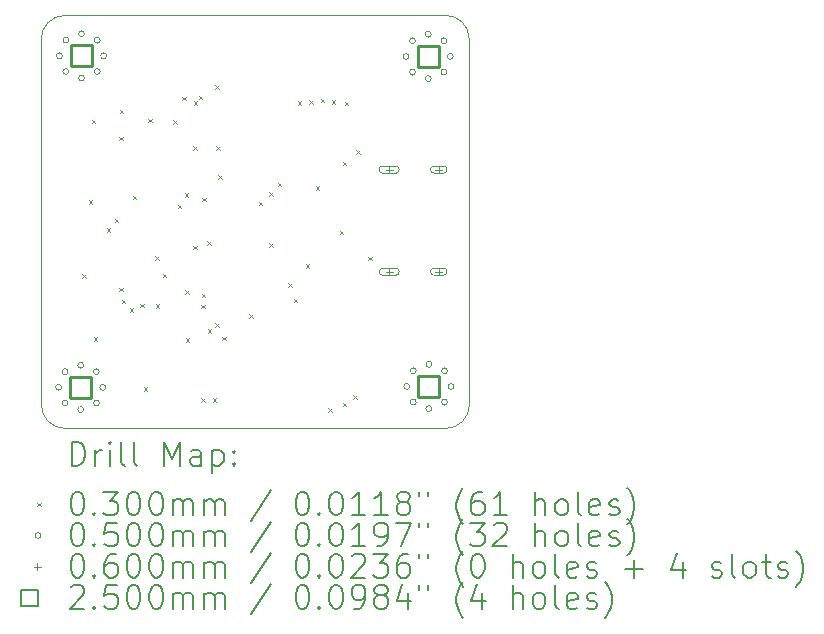
<source format=gbr>
%TF.GenerationSoftware,KiCad,Pcbnew,9.0.1*%
%TF.CreationDate,2025-04-29T03:14:40+06:00*%
%TF.ProjectId,stm32f401,73746d33-3266-4343-9031-2e6b69636164,rev?*%
%TF.SameCoordinates,Original*%
%TF.FileFunction,Drillmap*%
%TF.FilePolarity,Positive*%
%FSLAX45Y45*%
G04 Gerber Fmt 4.5, Leading zero omitted, Abs format (unit mm)*
G04 Created by KiCad (PCBNEW 9.0.1) date 2025-04-29 03:14:40*
%MOMM*%
%LPD*%
G01*
G04 APERTURE LIST*
%ADD10C,0.050000*%
%ADD11C,0.200000*%
%ADD12C,0.100000*%
%ADD13C,0.250000*%
G04 APERTURE END LIST*
D10*
X4200000Y-5000000D02*
X7424000Y-4998000D01*
X7624578Y-8297040D02*
X7623579Y-5198420D01*
X4200000Y-8496000D02*
X7424579Y-8497040D01*
X4000000Y-8296000D02*
X4000000Y-5200000D01*
X4200000Y-8496000D02*
G75*
G02*
X4000000Y-8296000I0J200000D01*
G01*
X7624579Y-8297040D02*
G75*
G02*
X7424579Y-8497040I-200000J0D01*
G01*
X7423579Y-4998421D02*
G75*
G02*
X7623579Y-5198421I0J-200000D01*
G01*
X4000000Y-5200000D02*
G75*
G02*
X4200000Y-5000000I200000J0D01*
G01*
D11*
D12*
X4345000Y-7192000D02*
X4375000Y-7222000D01*
X4375000Y-7192000D02*
X4345000Y-7222000D01*
X4400000Y-6565000D02*
X4430000Y-6595000D01*
X4430000Y-6565000D02*
X4400000Y-6595000D01*
X4428000Y-5882000D02*
X4458000Y-5912000D01*
X4458000Y-5882000D02*
X4428000Y-5912000D01*
X4445000Y-7724000D02*
X4475000Y-7754000D01*
X4475000Y-7724000D02*
X4445000Y-7754000D01*
X4552924Y-6801925D02*
X4582924Y-6831925D01*
X4582924Y-6801925D02*
X4552924Y-6831925D01*
X4623000Y-6722000D02*
X4653000Y-6752000D01*
X4653000Y-6722000D02*
X4623000Y-6752000D01*
X4660000Y-6028000D02*
X4690000Y-6058000D01*
X4690000Y-6028000D02*
X4660000Y-6058000D01*
X4660000Y-7307000D02*
X4690000Y-7337000D01*
X4690000Y-7307000D02*
X4660000Y-7337000D01*
X4666000Y-5797000D02*
X4696000Y-5827000D01*
X4696000Y-5797000D02*
X4666000Y-5827000D01*
X4680000Y-7408000D02*
X4710000Y-7438000D01*
X4710000Y-7408000D02*
X4680000Y-7438000D01*
X4750000Y-7480000D02*
X4780000Y-7510000D01*
X4780000Y-7480000D02*
X4750000Y-7510000D01*
X4775000Y-6527000D02*
X4805000Y-6557000D01*
X4805000Y-6527000D02*
X4775000Y-6557000D01*
X4838000Y-7441000D02*
X4868000Y-7471000D01*
X4868000Y-7441000D02*
X4838000Y-7471000D01*
X4867000Y-8149000D02*
X4897000Y-8179000D01*
X4897000Y-8149000D02*
X4867000Y-8179000D01*
X4904000Y-5874000D02*
X4934000Y-5904000D01*
X4934000Y-5874000D02*
X4904000Y-5904000D01*
X4966000Y-7039000D02*
X4996000Y-7069000D01*
X4996000Y-7039000D02*
X4966000Y-7069000D01*
X4971000Y-7443000D02*
X5001000Y-7473000D01*
X5001000Y-7443000D02*
X4971000Y-7473000D01*
X5030000Y-7187000D02*
X5060000Y-7217000D01*
X5060000Y-7187000D02*
X5030000Y-7217000D01*
X5118000Y-5885000D02*
X5148000Y-5915000D01*
X5148000Y-5885000D02*
X5118000Y-5915000D01*
X5155533Y-6603055D02*
X5185533Y-6633055D01*
X5185533Y-6603055D02*
X5155533Y-6633055D01*
X5193000Y-5690000D02*
X5223000Y-5720000D01*
X5223000Y-5690000D02*
X5193000Y-5720000D01*
X5216000Y-6507000D02*
X5246000Y-6537000D01*
X5246000Y-6507000D02*
X5216000Y-6537000D01*
X5218000Y-7327000D02*
X5248000Y-7357000D01*
X5248000Y-7327000D02*
X5218000Y-7357000D01*
X5225000Y-7734000D02*
X5255000Y-7764000D01*
X5255000Y-7734000D02*
X5225000Y-7764000D01*
X5285000Y-6108000D02*
X5315000Y-6138000D01*
X5315000Y-6108000D02*
X5285000Y-6138000D01*
X5285000Y-6948000D02*
X5315000Y-6978000D01*
X5315000Y-6948000D02*
X5285000Y-6978000D01*
X5291000Y-5726000D02*
X5321000Y-5756000D01*
X5321000Y-5726000D02*
X5291000Y-5756000D01*
X5334000Y-5681000D02*
X5364000Y-5711000D01*
X5364000Y-5681000D02*
X5334000Y-5711000D01*
X5353000Y-7448000D02*
X5383000Y-7478000D01*
X5383000Y-7448000D02*
X5353000Y-7478000D01*
X5354000Y-8241000D02*
X5384000Y-8271000D01*
X5384000Y-8241000D02*
X5354000Y-8271000D01*
X5360574Y-7355573D02*
X5390574Y-7385573D01*
X5390574Y-7355573D02*
X5360574Y-7385573D01*
X5361000Y-6544000D02*
X5391000Y-6574000D01*
X5391000Y-6544000D02*
X5361000Y-6574000D01*
X5406427Y-6911426D02*
X5436427Y-6941426D01*
X5436427Y-6911426D02*
X5406427Y-6941426D01*
X5409000Y-7658557D02*
X5439000Y-7688557D01*
X5439000Y-7658557D02*
X5409000Y-7688557D01*
X5452000Y-8243000D02*
X5482000Y-8273000D01*
X5482000Y-8243000D02*
X5452000Y-8273000D01*
X5471000Y-5589000D02*
X5501000Y-5619000D01*
X5501000Y-5589000D02*
X5471000Y-5619000D01*
X5471000Y-7608000D02*
X5501000Y-7638000D01*
X5501000Y-7608000D02*
X5471000Y-7638000D01*
X5481000Y-6108000D02*
X5511000Y-6138000D01*
X5511000Y-6108000D02*
X5481000Y-6138000D01*
X5499000Y-6352000D02*
X5529000Y-6382000D01*
X5529000Y-6352000D02*
X5499000Y-6382000D01*
X5531000Y-7720000D02*
X5561000Y-7750000D01*
X5561000Y-7720000D02*
X5531000Y-7750000D01*
X5762000Y-7529000D02*
X5792000Y-7559000D01*
X5792000Y-7529000D02*
X5762000Y-7559000D01*
X5840000Y-6579000D02*
X5870000Y-6609000D01*
X5870000Y-6579000D02*
X5840000Y-6609000D01*
X5928000Y-6498000D02*
X5958000Y-6528000D01*
X5958000Y-6498000D02*
X5928000Y-6528000D01*
X5932000Y-6930000D02*
X5962000Y-6960000D01*
X5962000Y-6930000D02*
X5932000Y-6960000D01*
X6003000Y-6416000D02*
X6033000Y-6446000D01*
X6033000Y-6416000D02*
X6003000Y-6446000D01*
X6089000Y-7267000D02*
X6119000Y-7297000D01*
X6119000Y-7267000D02*
X6089000Y-7297000D01*
X6137000Y-7398000D02*
X6167000Y-7428000D01*
X6167000Y-7398000D02*
X6137000Y-7428000D01*
X6171000Y-5725000D02*
X6201000Y-5755000D01*
X6201000Y-5725000D02*
X6171000Y-5755000D01*
X6241000Y-7107000D02*
X6271000Y-7137000D01*
X6271000Y-7107000D02*
X6241000Y-7137000D01*
X6270000Y-5719000D02*
X6300000Y-5749000D01*
X6300000Y-5719000D02*
X6270000Y-5749000D01*
X6322000Y-6444000D02*
X6352000Y-6474000D01*
X6352000Y-6444000D02*
X6322000Y-6474000D01*
X6368000Y-5706000D02*
X6398000Y-5736000D01*
X6398000Y-5706000D02*
X6368000Y-5736000D01*
X6428000Y-8325000D02*
X6458000Y-8355000D01*
X6458000Y-8325000D02*
X6428000Y-8355000D01*
X6460000Y-5716000D02*
X6490000Y-5746000D01*
X6490000Y-5716000D02*
X6460000Y-5746000D01*
X6526500Y-6823500D02*
X6556500Y-6853500D01*
X6556500Y-6823500D02*
X6526500Y-6853500D01*
X6552000Y-8279000D02*
X6582000Y-8309000D01*
X6582000Y-8279000D02*
X6552000Y-8309000D01*
X6553000Y-6237000D02*
X6583000Y-6267000D01*
X6583000Y-6237000D02*
X6553000Y-6267000D01*
X6568000Y-5732000D02*
X6598000Y-5762000D01*
X6598000Y-5732000D02*
X6568000Y-5762000D01*
X6643000Y-8215000D02*
X6673000Y-8245000D01*
X6673000Y-8215000D02*
X6643000Y-8245000D01*
X6667000Y-6143000D02*
X6697000Y-6173000D01*
X6697000Y-6143000D02*
X6667000Y-6173000D01*
X6767000Y-7043000D02*
X6797000Y-7073000D01*
X6797000Y-7043000D02*
X6767000Y-7073000D01*
X4171500Y-8149000D02*
G75*
G02*
X4121500Y-8149000I-25000J0D01*
G01*
X4121500Y-8149000D02*
G75*
G02*
X4171500Y-8149000I25000J0D01*
G01*
X4178500Y-5342000D02*
G75*
G02*
X4128500Y-5342000I-25000J0D01*
G01*
X4128500Y-5342000D02*
G75*
G02*
X4178500Y-5342000I25000J0D01*
G01*
X4226418Y-8016417D02*
G75*
G02*
X4176417Y-8016417I-25000J0D01*
G01*
X4176417Y-8016417D02*
G75*
G02*
X4226418Y-8016417I25000J0D01*
G01*
X4226418Y-8281582D02*
G75*
G02*
X4176417Y-8281582I-25000J0D01*
G01*
X4176417Y-8281582D02*
G75*
G02*
X4226418Y-8281582I25000J0D01*
G01*
X4233418Y-5209418D02*
G75*
G02*
X4183417Y-5209418I-25000J0D01*
G01*
X4183417Y-5209418D02*
G75*
G02*
X4233418Y-5209418I25000J0D01*
G01*
X4233418Y-5474583D02*
G75*
G02*
X4183417Y-5474583I-25000J0D01*
G01*
X4183417Y-5474583D02*
G75*
G02*
X4233418Y-5474583I25000J0D01*
G01*
X4359000Y-7961500D02*
G75*
G02*
X4309000Y-7961500I-25000J0D01*
G01*
X4309000Y-7961500D02*
G75*
G02*
X4359000Y-7961500I25000J0D01*
G01*
X4359000Y-8336500D02*
G75*
G02*
X4309000Y-8336500I-25000J0D01*
G01*
X4309000Y-8336500D02*
G75*
G02*
X4359000Y-8336500I25000J0D01*
G01*
X4366000Y-5154500D02*
G75*
G02*
X4316000Y-5154500I-25000J0D01*
G01*
X4316000Y-5154500D02*
G75*
G02*
X4366000Y-5154500I25000J0D01*
G01*
X4366000Y-5529500D02*
G75*
G02*
X4316000Y-5529500I-25000J0D01*
G01*
X4316000Y-5529500D02*
G75*
G02*
X4366000Y-5529500I25000J0D01*
G01*
X4491583Y-8016417D02*
G75*
G02*
X4441583Y-8016417I-25000J0D01*
G01*
X4441583Y-8016417D02*
G75*
G02*
X4491583Y-8016417I25000J0D01*
G01*
X4491583Y-8281582D02*
G75*
G02*
X4441583Y-8281582I-25000J0D01*
G01*
X4441583Y-8281582D02*
G75*
G02*
X4491583Y-8281582I25000J0D01*
G01*
X4498583Y-5209418D02*
G75*
G02*
X4448583Y-5209418I-25000J0D01*
G01*
X4448583Y-5209418D02*
G75*
G02*
X4498583Y-5209418I25000J0D01*
G01*
X4498583Y-5474583D02*
G75*
G02*
X4448583Y-5474583I-25000J0D01*
G01*
X4448583Y-5474583D02*
G75*
G02*
X4498583Y-5474583I25000J0D01*
G01*
X4546500Y-8149000D02*
G75*
G02*
X4496500Y-8149000I-25000J0D01*
G01*
X4496500Y-8149000D02*
G75*
G02*
X4546500Y-8149000I25000J0D01*
G01*
X4553500Y-5342000D02*
G75*
G02*
X4503500Y-5342000I-25000J0D01*
G01*
X4503500Y-5342000D02*
G75*
G02*
X4553500Y-5342000I25000J0D01*
G01*
X7113500Y-5347000D02*
G75*
G02*
X7063500Y-5347000I-25000J0D01*
G01*
X7063500Y-5347000D02*
G75*
G02*
X7113500Y-5347000I25000J0D01*
G01*
X7119500Y-8141000D02*
G75*
G02*
X7069500Y-8141000I-25000J0D01*
G01*
X7069500Y-8141000D02*
G75*
G02*
X7119500Y-8141000I25000J0D01*
G01*
X7168417Y-5214418D02*
G75*
G02*
X7118417Y-5214418I-25000J0D01*
G01*
X7118417Y-5214418D02*
G75*
G02*
X7168417Y-5214418I25000J0D01*
G01*
X7168417Y-5479583D02*
G75*
G02*
X7118417Y-5479583I-25000J0D01*
G01*
X7118417Y-5479583D02*
G75*
G02*
X7168417Y-5479583I25000J0D01*
G01*
X7174417Y-8008417D02*
G75*
G02*
X7124417Y-8008417I-25000J0D01*
G01*
X7124417Y-8008417D02*
G75*
G02*
X7174417Y-8008417I25000J0D01*
G01*
X7174417Y-8273582D02*
G75*
G02*
X7124417Y-8273582I-25000J0D01*
G01*
X7124417Y-8273582D02*
G75*
G02*
X7174417Y-8273582I25000J0D01*
G01*
X7301000Y-5159500D02*
G75*
G02*
X7251000Y-5159500I-25000J0D01*
G01*
X7251000Y-5159500D02*
G75*
G02*
X7301000Y-5159500I25000J0D01*
G01*
X7301000Y-5534500D02*
G75*
G02*
X7251000Y-5534500I-25000J0D01*
G01*
X7251000Y-5534500D02*
G75*
G02*
X7301000Y-5534500I25000J0D01*
G01*
X7307000Y-7953500D02*
G75*
G02*
X7257000Y-7953500I-25000J0D01*
G01*
X7257000Y-7953500D02*
G75*
G02*
X7307000Y-7953500I25000J0D01*
G01*
X7307000Y-8328500D02*
G75*
G02*
X7257000Y-8328500I-25000J0D01*
G01*
X7257000Y-8328500D02*
G75*
G02*
X7307000Y-8328500I25000J0D01*
G01*
X7433582Y-5214418D02*
G75*
G02*
X7383582Y-5214418I-25000J0D01*
G01*
X7383582Y-5214418D02*
G75*
G02*
X7433582Y-5214418I25000J0D01*
G01*
X7433582Y-5479583D02*
G75*
G02*
X7383582Y-5479583I-25000J0D01*
G01*
X7383582Y-5479583D02*
G75*
G02*
X7433582Y-5479583I25000J0D01*
G01*
X7439582Y-8008417D02*
G75*
G02*
X7389582Y-8008417I-25000J0D01*
G01*
X7389582Y-8008417D02*
G75*
G02*
X7439582Y-8008417I25000J0D01*
G01*
X7439582Y-8273582D02*
G75*
G02*
X7389582Y-8273582I-25000J0D01*
G01*
X7389582Y-8273582D02*
G75*
G02*
X7439582Y-8273582I25000J0D01*
G01*
X7488500Y-5347000D02*
G75*
G02*
X7438500Y-5347000I-25000J0D01*
G01*
X7438500Y-5347000D02*
G75*
G02*
X7488500Y-5347000I25000J0D01*
G01*
X7494500Y-8141000D02*
G75*
G02*
X7444500Y-8141000I-25000J0D01*
G01*
X7444500Y-8141000D02*
G75*
G02*
X7494500Y-8141000I25000J0D01*
G01*
X6946500Y-6275000D02*
X6946500Y-6335000D01*
X6916500Y-6305000D02*
X6976500Y-6305000D01*
X6891500Y-6335000D02*
X7001500Y-6335000D01*
X7001500Y-6275000D02*
G75*
G02*
X7001500Y-6335000I0J-30000D01*
G01*
X7001500Y-6275000D02*
X6891500Y-6275000D01*
X6891500Y-6275000D02*
G75*
G03*
X6891500Y-6335000I0J-30000D01*
G01*
X6946500Y-7139000D02*
X6946500Y-7199000D01*
X6916500Y-7169000D02*
X6976500Y-7169000D01*
X6891500Y-7199000D02*
X7001500Y-7199000D01*
X7001500Y-7139000D02*
G75*
G02*
X7001500Y-7199000I0J-30000D01*
G01*
X7001500Y-7139000D02*
X6891500Y-7139000D01*
X6891500Y-7139000D02*
G75*
G03*
X6891500Y-7199000I0J-30000D01*
G01*
X7364500Y-6275000D02*
X7364500Y-6335000D01*
X7334500Y-6305000D02*
X7394500Y-6305000D01*
X7324500Y-6335000D02*
X7404500Y-6335000D01*
X7404500Y-6275000D02*
G75*
G02*
X7404500Y-6335000I0J-30000D01*
G01*
X7404500Y-6275000D02*
X7324500Y-6275000D01*
X7324500Y-6275000D02*
G75*
G03*
X7324500Y-6335000I0J-30000D01*
G01*
X7364500Y-7139000D02*
X7364500Y-7199000D01*
X7334500Y-7169000D02*
X7394500Y-7169000D01*
X7324500Y-7199000D02*
X7404500Y-7199000D01*
X7404500Y-7139000D02*
G75*
G02*
X7404500Y-7199000I0J-30000D01*
G01*
X7404500Y-7139000D02*
X7324500Y-7139000D01*
X7324500Y-7139000D02*
G75*
G03*
X7324500Y-7199000I0J-30000D01*
G01*
D13*
X4422389Y-8237389D02*
X4422389Y-8060611D01*
X4245611Y-8060611D01*
X4245611Y-8237389D01*
X4422389Y-8237389D01*
X4429389Y-5430389D02*
X4429389Y-5253611D01*
X4252611Y-5253611D01*
X4252611Y-5430389D01*
X4429389Y-5430389D01*
X7364389Y-5435389D02*
X7364389Y-5258611D01*
X7187611Y-5258611D01*
X7187611Y-5435389D01*
X7364389Y-5435389D01*
X7370389Y-8229389D02*
X7370389Y-8052611D01*
X7193611Y-8052611D01*
X7193611Y-8229389D01*
X7370389Y-8229389D01*
D11*
X4258277Y-8811024D02*
X4258277Y-8611024D01*
X4258277Y-8611024D02*
X4305896Y-8611024D01*
X4305896Y-8611024D02*
X4334467Y-8620548D01*
X4334467Y-8620548D02*
X4353515Y-8639595D01*
X4353515Y-8639595D02*
X4363039Y-8658643D01*
X4363039Y-8658643D02*
X4372563Y-8696738D01*
X4372563Y-8696738D02*
X4372563Y-8725310D01*
X4372563Y-8725310D02*
X4363039Y-8763405D01*
X4363039Y-8763405D02*
X4353515Y-8782453D01*
X4353515Y-8782453D02*
X4334467Y-8801500D01*
X4334467Y-8801500D02*
X4305896Y-8811024D01*
X4305896Y-8811024D02*
X4258277Y-8811024D01*
X4458277Y-8811024D02*
X4458277Y-8677691D01*
X4458277Y-8715786D02*
X4467801Y-8696738D01*
X4467801Y-8696738D02*
X4477324Y-8687214D01*
X4477324Y-8687214D02*
X4496372Y-8677691D01*
X4496372Y-8677691D02*
X4515420Y-8677691D01*
X4582086Y-8811024D02*
X4582086Y-8677691D01*
X4582086Y-8611024D02*
X4572563Y-8620548D01*
X4572563Y-8620548D02*
X4582086Y-8630072D01*
X4582086Y-8630072D02*
X4591610Y-8620548D01*
X4591610Y-8620548D02*
X4582086Y-8611024D01*
X4582086Y-8611024D02*
X4582086Y-8630072D01*
X4705896Y-8811024D02*
X4686848Y-8801500D01*
X4686848Y-8801500D02*
X4677324Y-8782453D01*
X4677324Y-8782453D02*
X4677324Y-8611024D01*
X4810658Y-8811024D02*
X4791610Y-8801500D01*
X4791610Y-8801500D02*
X4782086Y-8782453D01*
X4782086Y-8782453D02*
X4782086Y-8611024D01*
X5039229Y-8811024D02*
X5039229Y-8611024D01*
X5039229Y-8611024D02*
X5105896Y-8753881D01*
X5105896Y-8753881D02*
X5172563Y-8611024D01*
X5172563Y-8611024D02*
X5172563Y-8811024D01*
X5353515Y-8811024D02*
X5353515Y-8706262D01*
X5353515Y-8706262D02*
X5343991Y-8687214D01*
X5343991Y-8687214D02*
X5324944Y-8677691D01*
X5324944Y-8677691D02*
X5286848Y-8677691D01*
X5286848Y-8677691D02*
X5267801Y-8687214D01*
X5353515Y-8801500D02*
X5334467Y-8811024D01*
X5334467Y-8811024D02*
X5286848Y-8811024D01*
X5286848Y-8811024D02*
X5267801Y-8801500D01*
X5267801Y-8801500D02*
X5258277Y-8782453D01*
X5258277Y-8782453D02*
X5258277Y-8763405D01*
X5258277Y-8763405D02*
X5267801Y-8744357D01*
X5267801Y-8744357D02*
X5286848Y-8734834D01*
X5286848Y-8734834D02*
X5334467Y-8734834D01*
X5334467Y-8734834D02*
X5353515Y-8725310D01*
X5448753Y-8677691D02*
X5448753Y-8877691D01*
X5448753Y-8687214D02*
X5467801Y-8677691D01*
X5467801Y-8677691D02*
X5505896Y-8677691D01*
X5505896Y-8677691D02*
X5524944Y-8687214D01*
X5524944Y-8687214D02*
X5534467Y-8696738D01*
X5534467Y-8696738D02*
X5543991Y-8715786D01*
X5543991Y-8715786D02*
X5543991Y-8772929D01*
X5543991Y-8772929D02*
X5534467Y-8791976D01*
X5534467Y-8791976D02*
X5524944Y-8801500D01*
X5524944Y-8801500D02*
X5505896Y-8811024D01*
X5505896Y-8811024D02*
X5467801Y-8811024D01*
X5467801Y-8811024D02*
X5448753Y-8801500D01*
X5629705Y-8791976D02*
X5639229Y-8801500D01*
X5639229Y-8801500D02*
X5629705Y-8811024D01*
X5629705Y-8811024D02*
X5620182Y-8801500D01*
X5620182Y-8801500D02*
X5629705Y-8791976D01*
X5629705Y-8791976D02*
X5629705Y-8811024D01*
X5629705Y-8687214D02*
X5639229Y-8696738D01*
X5639229Y-8696738D02*
X5629705Y-8706262D01*
X5629705Y-8706262D02*
X5620182Y-8696738D01*
X5620182Y-8696738D02*
X5629705Y-8687214D01*
X5629705Y-8687214D02*
X5629705Y-8706262D01*
D12*
X3967500Y-9124540D02*
X3997500Y-9154540D01*
X3997500Y-9124540D02*
X3967500Y-9154540D01*
D11*
X4296372Y-9031024D02*
X4315420Y-9031024D01*
X4315420Y-9031024D02*
X4334467Y-9040548D01*
X4334467Y-9040548D02*
X4343991Y-9050072D01*
X4343991Y-9050072D02*
X4353515Y-9069119D01*
X4353515Y-9069119D02*
X4363039Y-9107214D01*
X4363039Y-9107214D02*
X4363039Y-9154834D01*
X4363039Y-9154834D02*
X4353515Y-9192929D01*
X4353515Y-9192929D02*
X4343991Y-9211976D01*
X4343991Y-9211976D02*
X4334467Y-9221500D01*
X4334467Y-9221500D02*
X4315420Y-9231024D01*
X4315420Y-9231024D02*
X4296372Y-9231024D01*
X4296372Y-9231024D02*
X4277324Y-9221500D01*
X4277324Y-9221500D02*
X4267801Y-9211976D01*
X4267801Y-9211976D02*
X4258277Y-9192929D01*
X4258277Y-9192929D02*
X4248753Y-9154834D01*
X4248753Y-9154834D02*
X4248753Y-9107214D01*
X4248753Y-9107214D02*
X4258277Y-9069119D01*
X4258277Y-9069119D02*
X4267801Y-9050072D01*
X4267801Y-9050072D02*
X4277324Y-9040548D01*
X4277324Y-9040548D02*
X4296372Y-9031024D01*
X4448753Y-9211976D02*
X4458277Y-9221500D01*
X4458277Y-9221500D02*
X4448753Y-9231024D01*
X4448753Y-9231024D02*
X4439229Y-9221500D01*
X4439229Y-9221500D02*
X4448753Y-9211976D01*
X4448753Y-9211976D02*
X4448753Y-9231024D01*
X4524944Y-9031024D02*
X4648753Y-9031024D01*
X4648753Y-9031024D02*
X4582086Y-9107214D01*
X4582086Y-9107214D02*
X4610658Y-9107214D01*
X4610658Y-9107214D02*
X4629705Y-9116738D01*
X4629705Y-9116738D02*
X4639229Y-9126262D01*
X4639229Y-9126262D02*
X4648753Y-9145310D01*
X4648753Y-9145310D02*
X4648753Y-9192929D01*
X4648753Y-9192929D02*
X4639229Y-9211976D01*
X4639229Y-9211976D02*
X4629705Y-9221500D01*
X4629705Y-9221500D02*
X4610658Y-9231024D01*
X4610658Y-9231024D02*
X4553515Y-9231024D01*
X4553515Y-9231024D02*
X4534467Y-9221500D01*
X4534467Y-9221500D02*
X4524944Y-9211976D01*
X4772563Y-9031024D02*
X4791610Y-9031024D01*
X4791610Y-9031024D02*
X4810658Y-9040548D01*
X4810658Y-9040548D02*
X4820182Y-9050072D01*
X4820182Y-9050072D02*
X4829705Y-9069119D01*
X4829705Y-9069119D02*
X4839229Y-9107214D01*
X4839229Y-9107214D02*
X4839229Y-9154834D01*
X4839229Y-9154834D02*
X4829705Y-9192929D01*
X4829705Y-9192929D02*
X4820182Y-9211976D01*
X4820182Y-9211976D02*
X4810658Y-9221500D01*
X4810658Y-9221500D02*
X4791610Y-9231024D01*
X4791610Y-9231024D02*
X4772563Y-9231024D01*
X4772563Y-9231024D02*
X4753515Y-9221500D01*
X4753515Y-9221500D02*
X4743991Y-9211976D01*
X4743991Y-9211976D02*
X4734467Y-9192929D01*
X4734467Y-9192929D02*
X4724944Y-9154834D01*
X4724944Y-9154834D02*
X4724944Y-9107214D01*
X4724944Y-9107214D02*
X4734467Y-9069119D01*
X4734467Y-9069119D02*
X4743991Y-9050072D01*
X4743991Y-9050072D02*
X4753515Y-9040548D01*
X4753515Y-9040548D02*
X4772563Y-9031024D01*
X4963039Y-9031024D02*
X4982086Y-9031024D01*
X4982086Y-9031024D02*
X5001134Y-9040548D01*
X5001134Y-9040548D02*
X5010658Y-9050072D01*
X5010658Y-9050072D02*
X5020182Y-9069119D01*
X5020182Y-9069119D02*
X5029705Y-9107214D01*
X5029705Y-9107214D02*
X5029705Y-9154834D01*
X5029705Y-9154834D02*
X5020182Y-9192929D01*
X5020182Y-9192929D02*
X5010658Y-9211976D01*
X5010658Y-9211976D02*
X5001134Y-9221500D01*
X5001134Y-9221500D02*
X4982086Y-9231024D01*
X4982086Y-9231024D02*
X4963039Y-9231024D01*
X4963039Y-9231024D02*
X4943991Y-9221500D01*
X4943991Y-9221500D02*
X4934467Y-9211976D01*
X4934467Y-9211976D02*
X4924944Y-9192929D01*
X4924944Y-9192929D02*
X4915420Y-9154834D01*
X4915420Y-9154834D02*
X4915420Y-9107214D01*
X4915420Y-9107214D02*
X4924944Y-9069119D01*
X4924944Y-9069119D02*
X4934467Y-9050072D01*
X4934467Y-9050072D02*
X4943991Y-9040548D01*
X4943991Y-9040548D02*
X4963039Y-9031024D01*
X5115420Y-9231024D02*
X5115420Y-9097691D01*
X5115420Y-9116738D02*
X5124944Y-9107214D01*
X5124944Y-9107214D02*
X5143991Y-9097691D01*
X5143991Y-9097691D02*
X5172563Y-9097691D01*
X5172563Y-9097691D02*
X5191610Y-9107214D01*
X5191610Y-9107214D02*
X5201134Y-9126262D01*
X5201134Y-9126262D02*
X5201134Y-9231024D01*
X5201134Y-9126262D02*
X5210658Y-9107214D01*
X5210658Y-9107214D02*
X5229705Y-9097691D01*
X5229705Y-9097691D02*
X5258277Y-9097691D01*
X5258277Y-9097691D02*
X5277325Y-9107214D01*
X5277325Y-9107214D02*
X5286848Y-9126262D01*
X5286848Y-9126262D02*
X5286848Y-9231024D01*
X5382086Y-9231024D02*
X5382086Y-9097691D01*
X5382086Y-9116738D02*
X5391610Y-9107214D01*
X5391610Y-9107214D02*
X5410658Y-9097691D01*
X5410658Y-9097691D02*
X5439229Y-9097691D01*
X5439229Y-9097691D02*
X5458277Y-9107214D01*
X5458277Y-9107214D02*
X5467801Y-9126262D01*
X5467801Y-9126262D02*
X5467801Y-9231024D01*
X5467801Y-9126262D02*
X5477325Y-9107214D01*
X5477325Y-9107214D02*
X5496372Y-9097691D01*
X5496372Y-9097691D02*
X5524944Y-9097691D01*
X5524944Y-9097691D02*
X5543991Y-9107214D01*
X5543991Y-9107214D02*
X5553515Y-9126262D01*
X5553515Y-9126262D02*
X5553515Y-9231024D01*
X5943991Y-9021500D02*
X5772563Y-9278643D01*
X6201134Y-9031024D02*
X6220182Y-9031024D01*
X6220182Y-9031024D02*
X6239229Y-9040548D01*
X6239229Y-9040548D02*
X6248753Y-9050072D01*
X6248753Y-9050072D02*
X6258277Y-9069119D01*
X6258277Y-9069119D02*
X6267801Y-9107214D01*
X6267801Y-9107214D02*
X6267801Y-9154834D01*
X6267801Y-9154834D02*
X6258277Y-9192929D01*
X6258277Y-9192929D02*
X6248753Y-9211976D01*
X6248753Y-9211976D02*
X6239229Y-9221500D01*
X6239229Y-9221500D02*
X6220182Y-9231024D01*
X6220182Y-9231024D02*
X6201134Y-9231024D01*
X6201134Y-9231024D02*
X6182086Y-9221500D01*
X6182086Y-9221500D02*
X6172563Y-9211976D01*
X6172563Y-9211976D02*
X6163039Y-9192929D01*
X6163039Y-9192929D02*
X6153515Y-9154834D01*
X6153515Y-9154834D02*
X6153515Y-9107214D01*
X6153515Y-9107214D02*
X6163039Y-9069119D01*
X6163039Y-9069119D02*
X6172563Y-9050072D01*
X6172563Y-9050072D02*
X6182086Y-9040548D01*
X6182086Y-9040548D02*
X6201134Y-9031024D01*
X6353515Y-9211976D02*
X6363039Y-9221500D01*
X6363039Y-9221500D02*
X6353515Y-9231024D01*
X6353515Y-9231024D02*
X6343991Y-9221500D01*
X6343991Y-9221500D02*
X6353515Y-9211976D01*
X6353515Y-9211976D02*
X6353515Y-9231024D01*
X6486848Y-9031024D02*
X6505896Y-9031024D01*
X6505896Y-9031024D02*
X6524944Y-9040548D01*
X6524944Y-9040548D02*
X6534467Y-9050072D01*
X6534467Y-9050072D02*
X6543991Y-9069119D01*
X6543991Y-9069119D02*
X6553515Y-9107214D01*
X6553515Y-9107214D02*
X6553515Y-9154834D01*
X6553515Y-9154834D02*
X6543991Y-9192929D01*
X6543991Y-9192929D02*
X6534467Y-9211976D01*
X6534467Y-9211976D02*
X6524944Y-9221500D01*
X6524944Y-9221500D02*
X6505896Y-9231024D01*
X6505896Y-9231024D02*
X6486848Y-9231024D01*
X6486848Y-9231024D02*
X6467801Y-9221500D01*
X6467801Y-9221500D02*
X6458277Y-9211976D01*
X6458277Y-9211976D02*
X6448753Y-9192929D01*
X6448753Y-9192929D02*
X6439229Y-9154834D01*
X6439229Y-9154834D02*
X6439229Y-9107214D01*
X6439229Y-9107214D02*
X6448753Y-9069119D01*
X6448753Y-9069119D02*
X6458277Y-9050072D01*
X6458277Y-9050072D02*
X6467801Y-9040548D01*
X6467801Y-9040548D02*
X6486848Y-9031024D01*
X6743991Y-9231024D02*
X6629706Y-9231024D01*
X6686848Y-9231024D02*
X6686848Y-9031024D01*
X6686848Y-9031024D02*
X6667801Y-9059595D01*
X6667801Y-9059595D02*
X6648753Y-9078643D01*
X6648753Y-9078643D02*
X6629706Y-9088167D01*
X6934467Y-9231024D02*
X6820182Y-9231024D01*
X6877325Y-9231024D02*
X6877325Y-9031024D01*
X6877325Y-9031024D02*
X6858277Y-9059595D01*
X6858277Y-9059595D02*
X6839229Y-9078643D01*
X6839229Y-9078643D02*
X6820182Y-9088167D01*
X7048753Y-9116738D02*
X7029706Y-9107214D01*
X7029706Y-9107214D02*
X7020182Y-9097691D01*
X7020182Y-9097691D02*
X7010658Y-9078643D01*
X7010658Y-9078643D02*
X7010658Y-9069119D01*
X7010658Y-9069119D02*
X7020182Y-9050072D01*
X7020182Y-9050072D02*
X7029706Y-9040548D01*
X7029706Y-9040548D02*
X7048753Y-9031024D01*
X7048753Y-9031024D02*
X7086848Y-9031024D01*
X7086848Y-9031024D02*
X7105896Y-9040548D01*
X7105896Y-9040548D02*
X7115420Y-9050072D01*
X7115420Y-9050072D02*
X7124944Y-9069119D01*
X7124944Y-9069119D02*
X7124944Y-9078643D01*
X7124944Y-9078643D02*
X7115420Y-9097691D01*
X7115420Y-9097691D02*
X7105896Y-9107214D01*
X7105896Y-9107214D02*
X7086848Y-9116738D01*
X7086848Y-9116738D02*
X7048753Y-9116738D01*
X7048753Y-9116738D02*
X7029706Y-9126262D01*
X7029706Y-9126262D02*
X7020182Y-9135786D01*
X7020182Y-9135786D02*
X7010658Y-9154834D01*
X7010658Y-9154834D02*
X7010658Y-9192929D01*
X7010658Y-9192929D02*
X7020182Y-9211976D01*
X7020182Y-9211976D02*
X7029706Y-9221500D01*
X7029706Y-9221500D02*
X7048753Y-9231024D01*
X7048753Y-9231024D02*
X7086848Y-9231024D01*
X7086848Y-9231024D02*
X7105896Y-9221500D01*
X7105896Y-9221500D02*
X7115420Y-9211976D01*
X7115420Y-9211976D02*
X7124944Y-9192929D01*
X7124944Y-9192929D02*
X7124944Y-9154834D01*
X7124944Y-9154834D02*
X7115420Y-9135786D01*
X7115420Y-9135786D02*
X7105896Y-9126262D01*
X7105896Y-9126262D02*
X7086848Y-9116738D01*
X7201134Y-9031024D02*
X7201134Y-9069119D01*
X7277325Y-9031024D02*
X7277325Y-9069119D01*
X7572563Y-9307214D02*
X7563039Y-9297691D01*
X7563039Y-9297691D02*
X7543991Y-9269119D01*
X7543991Y-9269119D02*
X7534468Y-9250072D01*
X7534468Y-9250072D02*
X7524944Y-9221500D01*
X7524944Y-9221500D02*
X7515420Y-9173881D01*
X7515420Y-9173881D02*
X7515420Y-9135786D01*
X7515420Y-9135786D02*
X7524944Y-9088167D01*
X7524944Y-9088167D02*
X7534468Y-9059595D01*
X7534468Y-9059595D02*
X7543991Y-9040548D01*
X7543991Y-9040548D02*
X7563039Y-9011976D01*
X7563039Y-9011976D02*
X7572563Y-9002453D01*
X7734468Y-9031024D02*
X7696372Y-9031024D01*
X7696372Y-9031024D02*
X7677325Y-9040548D01*
X7677325Y-9040548D02*
X7667801Y-9050072D01*
X7667801Y-9050072D02*
X7648753Y-9078643D01*
X7648753Y-9078643D02*
X7639229Y-9116738D01*
X7639229Y-9116738D02*
X7639229Y-9192929D01*
X7639229Y-9192929D02*
X7648753Y-9211976D01*
X7648753Y-9211976D02*
X7658277Y-9221500D01*
X7658277Y-9221500D02*
X7677325Y-9231024D01*
X7677325Y-9231024D02*
X7715420Y-9231024D01*
X7715420Y-9231024D02*
X7734468Y-9221500D01*
X7734468Y-9221500D02*
X7743991Y-9211976D01*
X7743991Y-9211976D02*
X7753515Y-9192929D01*
X7753515Y-9192929D02*
X7753515Y-9145310D01*
X7753515Y-9145310D02*
X7743991Y-9126262D01*
X7743991Y-9126262D02*
X7734468Y-9116738D01*
X7734468Y-9116738D02*
X7715420Y-9107214D01*
X7715420Y-9107214D02*
X7677325Y-9107214D01*
X7677325Y-9107214D02*
X7658277Y-9116738D01*
X7658277Y-9116738D02*
X7648753Y-9126262D01*
X7648753Y-9126262D02*
X7639229Y-9145310D01*
X7943991Y-9231024D02*
X7829706Y-9231024D01*
X7886848Y-9231024D02*
X7886848Y-9031024D01*
X7886848Y-9031024D02*
X7867801Y-9059595D01*
X7867801Y-9059595D02*
X7848753Y-9078643D01*
X7848753Y-9078643D02*
X7829706Y-9088167D01*
X8182087Y-9231024D02*
X8182087Y-9031024D01*
X8267801Y-9231024D02*
X8267801Y-9126262D01*
X8267801Y-9126262D02*
X8258277Y-9107214D01*
X8258277Y-9107214D02*
X8239230Y-9097691D01*
X8239230Y-9097691D02*
X8210658Y-9097691D01*
X8210658Y-9097691D02*
X8191610Y-9107214D01*
X8191610Y-9107214D02*
X8182087Y-9116738D01*
X8391611Y-9231024D02*
X8372563Y-9221500D01*
X8372563Y-9221500D02*
X8363039Y-9211976D01*
X8363039Y-9211976D02*
X8353515Y-9192929D01*
X8353515Y-9192929D02*
X8353515Y-9135786D01*
X8353515Y-9135786D02*
X8363039Y-9116738D01*
X8363039Y-9116738D02*
X8372563Y-9107214D01*
X8372563Y-9107214D02*
X8391611Y-9097691D01*
X8391611Y-9097691D02*
X8420182Y-9097691D01*
X8420182Y-9097691D02*
X8439230Y-9107214D01*
X8439230Y-9107214D02*
X8448753Y-9116738D01*
X8448753Y-9116738D02*
X8458277Y-9135786D01*
X8458277Y-9135786D02*
X8458277Y-9192929D01*
X8458277Y-9192929D02*
X8448753Y-9211976D01*
X8448753Y-9211976D02*
X8439230Y-9221500D01*
X8439230Y-9221500D02*
X8420182Y-9231024D01*
X8420182Y-9231024D02*
X8391611Y-9231024D01*
X8572563Y-9231024D02*
X8553515Y-9221500D01*
X8553515Y-9221500D02*
X8543992Y-9202453D01*
X8543992Y-9202453D02*
X8543992Y-9031024D01*
X8724944Y-9221500D02*
X8705896Y-9231024D01*
X8705896Y-9231024D02*
X8667801Y-9231024D01*
X8667801Y-9231024D02*
X8648753Y-9221500D01*
X8648753Y-9221500D02*
X8639230Y-9202453D01*
X8639230Y-9202453D02*
X8639230Y-9126262D01*
X8639230Y-9126262D02*
X8648753Y-9107214D01*
X8648753Y-9107214D02*
X8667801Y-9097691D01*
X8667801Y-9097691D02*
X8705896Y-9097691D01*
X8705896Y-9097691D02*
X8724944Y-9107214D01*
X8724944Y-9107214D02*
X8734468Y-9126262D01*
X8734468Y-9126262D02*
X8734468Y-9145310D01*
X8734468Y-9145310D02*
X8639230Y-9164357D01*
X8810658Y-9221500D02*
X8829706Y-9231024D01*
X8829706Y-9231024D02*
X8867801Y-9231024D01*
X8867801Y-9231024D02*
X8886849Y-9221500D01*
X8886849Y-9221500D02*
X8896373Y-9202453D01*
X8896373Y-9202453D02*
X8896373Y-9192929D01*
X8896373Y-9192929D02*
X8886849Y-9173881D01*
X8886849Y-9173881D02*
X8867801Y-9164357D01*
X8867801Y-9164357D02*
X8839230Y-9164357D01*
X8839230Y-9164357D02*
X8820182Y-9154834D01*
X8820182Y-9154834D02*
X8810658Y-9135786D01*
X8810658Y-9135786D02*
X8810658Y-9126262D01*
X8810658Y-9126262D02*
X8820182Y-9107214D01*
X8820182Y-9107214D02*
X8839230Y-9097691D01*
X8839230Y-9097691D02*
X8867801Y-9097691D01*
X8867801Y-9097691D02*
X8886849Y-9107214D01*
X8963039Y-9307214D02*
X8972563Y-9297691D01*
X8972563Y-9297691D02*
X8991611Y-9269119D01*
X8991611Y-9269119D02*
X9001134Y-9250072D01*
X9001134Y-9250072D02*
X9010658Y-9221500D01*
X9010658Y-9221500D02*
X9020182Y-9173881D01*
X9020182Y-9173881D02*
X9020182Y-9135786D01*
X9020182Y-9135786D02*
X9010658Y-9088167D01*
X9010658Y-9088167D02*
X9001134Y-9059595D01*
X9001134Y-9059595D02*
X8991611Y-9040548D01*
X8991611Y-9040548D02*
X8972563Y-9011976D01*
X8972563Y-9011976D02*
X8963039Y-9002453D01*
D12*
X3997500Y-9403540D02*
G75*
G02*
X3947500Y-9403540I-25000J0D01*
G01*
X3947500Y-9403540D02*
G75*
G02*
X3997500Y-9403540I25000J0D01*
G01*
D11*
X4296372Y-9295024D02*
X4315420Y-9295024D01*
X4315420Y-9295024D02*
X4334467Y-9304548D01*
X4334467Y-9304548D02*
X4343991Y-9314072D01*
X4343991Y-9314072D02*
X4353515Y-9333119D01*
X4353515Y-9333119D02*
X4363039Y-9371214D01*
X4363039Y-9371214D02*
X4363039Y-9418834D01*
X4363039Y-9418834D02*
X4353515Y-9456929D01*
X4353515Y-9456929D02*
X4343991Y-9475976D01*
X4343991Y-9475976D02*
X4334467Y-9485500D01*
X4334467Y-9485500D02*
X4315420Y-9495024D01*
X4315420Y-9495024D02*
X4296372Y-9495024D01*
X4296372Y-9495024D02*
X4277324Y-9485500D01*
X4277324Y-9485500D02*
X4267801Y-9475976D01*
X4267801Y-9475976D02*
X4258277Y-9456929D01*
X4258277Y-9456929D02*
X4248753Y-9418834D01*
X4248753Y-9418834D02*
X4248753Y-9371214D01*
X4248753Y-9371214D02*
X4258277Y-9333119D01*
X4258277Y-9333119D02*
X4267801Y-9314072D01*
X4267801Y-9314072D02*
X4277324Y-9304548D01*
X4277324Y-9304548D02*
X4296372Y-9295024D01*
X4448753Y-9475976D02*
X4458277Y-9485500D01*
X4458277Y-9485500D02*
X4448753Y-9495024D01*
X4448753Y-9495024D02*
X4439229Y-9485500D01*
X4439229Y-9485500D02*
X4448753Y-9475976D01*
X4448753Y-9475976D02*
X4448753Y-9495024D01*
X4639229Y-9295024D02*
X4543991Y-9295024D01*
X4543991Y-9295024D02*
X4534467Y-9390262D01*
X4534467Y-9390262D02*
X4543991Y-9380738D01*
X4543991Y-9380738D02*
X4563039Y-9371214D01*
X4563039Y-9371214D02*
X4610658Y-9371214D01*
X4610658Y-9371214D02*
X4629705Y-9380738D01*
X4629705Y-9380738D02*
X4639229Y-9390262D01*
X4639229Y-9390262D02*
X4648753Y-9409310D01*
X4648753Y-9409310D02*
X4648753Y-9456929D01*
X4648753Y-9456929D02*
X4639229Y-9475976D01*
X4639229Y-9475976D02*
X4629705Y-9485500D01*
X4629705Y-9485500D02*
X4610658Y-9495024D01*
X4610658Y-9495024D02*
X4563039Y-9495024D01*
X4563039Y-9495024D02*
X4543991Y-9485500D01*
X4543991Y-9485500D02*
X4534467Y-9475976D01*
X4772563Y-9295024D02*
X4791610Y-9295024D01*
X4791610Y-9295024D02*
X4810658Y-9304548D01*
X4810658Y-9304548D02*
X4820182Y-9314072D01*
X4820182Y-9314072D02*
X4829705Y-9333119D01*
X4829705Y-9333119D02*
X4839229Y-9371214D01*
X4839229Y-9371214D02*
X4839229Y-9418834D01*
X4839229Y-9418834D02*
X4829705Y-9456929D01*
X4829705Y-9456929D02*
X4820182Y-9475976D01*
X4820182Y-9475976D02*
X4810658Y-9485500D01*
X4810658Y-9485500D02*
X4791610Y-9495024D01*
X4791610Y-9495024D02*
X4772563Y-9495024D01*
X4772563Y-9495024D02*
X4753515Y-9485500D01*
X4753515Y-9485500D02*
X4743991Y-9475976D01*
X4743991Y-9475976D02*
X4734467Y-9456929D01*
X4734467Y-9456929D02*
X4724944Y-9418834D01*
X4724944Y-9418834D02*
X4724944Y-9371214D01*
X4724944Y-9371214D02*
X4734467Y-9333119D01*
X4734467Y-9333119D02*
X4743991Y-9314072D01*
X4743991Y-9314072D02*
X4753515Y-9304548D01*
X4753515Y-9304548D02*
X4772563Y-9295024D01*
X4963039Y-9295024D02*
X4982086Y-9295024D01*
X4982086Y-9295024D02*
X5001134Y-9304548D01*
X5001134Y-9304548D02*
X5010658Y-9314072D01*
X5010658Y-9314072D02*
X5020182Y-9333119D01*
X5020182Y-9333119D02*
X5029705Y-9371214D01*
X5029705Y-9371214D02*
X5029705Y-9418834D01*
X5029705Y-9418834D02*
X5020182Y-9456929D01*
X5020182Y-9456929D02*
X5010658Y-9475976D01*
X5010658Y-9475976D02*
X5001134Y-9485500D01*
X5001134Y-9485500D02*
X4982086Y-9495024D01*
X4982086Y-9495024D02*
X4963039Y-9495024D01*
X4963039Y-9495024D02*
X4943991Y-9485500D01*
X4943991Y-9485500D02*
X4934467Y-9475976D01*
X4934467Y-9475976D02*
X4924944Y-9456929D01*
X4924944Y-9456929D02*
X4915420Y-9418834D01*
X4915420Y-9418834D02*
X4915420Y-9371214D01*
X4915420Y-9371214D02*
X4924944Y-9333119D01*
X4924944Y-9333119D02*
X4934467Y-9314072D01*
X4934467Y-9314072D02*
X4943991Y-9304548D01*
X4943991Y-9304548D02*
X4963039Y-9295024D01*
X5115420Y-9495024D02*
X5115420Y-9361691D01*
X5115420Y-9380738D02*
X5124944Y-9371214D01*
X5124944Y-9371214D02*
X5143991Y-9361691D01*
X5143991Y-9361691D02*
X5172563Y-9361691D01*
X5172563Y-9361691D02*
X5191610Y-9371214D01*
X5191610Y-9371214D02*
X5201134Y-9390262D01*
X5201134Y-9390262D02*
X5201134Y-9495024D01*
X5201134Y-9390262D02*
X5210658Y-9371214D01*
X5210658Y-9371214D02*
X5229705Y-9361691D01*
X5229705Y-9361691D02*
X5258277Y-9361691D01*
X5258277Y-9361691D02*
X5277325Y-9371214D01*
X5277325Y-9371214D02*
X5286848Y-9390262D01*
X5286848Y-9390262D02*
X5286848Y-9495024D01*
X5382086Y-9495024D02*
X5382086Y-9361691D01*
X5382086Y-9380738D02*
X5391610Y-9371214D01*
X5391610Y-9371214D02*
X5410658Y-9361691D01*
X5410658Y-9361691D02*
X5439229Y-9361691D01*
X5439229Y-9361691D02*
X5458277Y-9371214D01*
X5458277Y-9371214D02*
X5467801Y-9390262D01*
X5467801Y-9390262D02*
X5467801Y-9495024D01*
X5467801Y-9390262D02*
X5477325Y-9371214D01*
X5477325Y-9371214D02*
X5496372Y-9361691D01*
X5496372Y-9361691D02*
X5524944Y-9361691D01*
X5524944Y-9361691D02*
X5543991Y-9371214D01*
X5543991Y-9371214D02*
X5553515Y-9390262D01*
X5553515Y-9390262D02*
X5553515Y-9495024D01*
X5943991Y-9285500D02*
X5772563Y-9542643D01*
X6201134Y-9295024D02*
X6220182Y-9295024D01*
X6220182Y-9295024D02*
X6239229Y-9304548D01*
X6239229Y-9304548D02*
X6248753Y-9314072D01*
X6248753Y-9314072D02*
X6258277Y-9333119D01*
X6258277Y-9333119D02*
X6267801Y-9371214D01*
X6267801Y-9371214D02*
X6267801Y-9418834D01*
X6267801Y-9418834D02*
X6258277Y-9456929D01*
X6258277Y-9456929D02*
X6248753Y-9475976D01*
X6248753Y-9475976D02*
X6239229Y-9485500D01*
X6239229Y-9485500D02*
X6220182Y-9495024D01*
X6220182Y-9495024D02*
X6201134Y-9495024D01*
X6201134Y-9495024D02*
X6182086Y-9485500D01*
X6182086Y-9485500D02*
X6172563Y-9475976D01*
X6172563Y-9475976D02*
X6163039Y-9456929D01*
X6163039Y-9456929D02*
X6153515Y-9418834D01*
X6153515Y-9418834D02*
X6153515Y-9371214D01*
X6153515Y-9371214D02*
X6163039Y-9333119D01*
X6163039Y-9333119D02*
X6172563Y-9314072D01*
X6172563Y-9314072D02*
X6182086Y-9304548D01*
X6182086Y-9304548D02*
X6201134Y-9295024D01*
X6353515Y-9475976D02*
X6363039Y-9485500D01*
X6363039Y-9485500D02*
X6353515Y-9495024D01*
X6353515Y-9495024D02*
X6343991Y-9485500D01*
X6343991Y-9485500D02*
X6353515Y-9475976D01*
X6353515Y-9475976D02*
X6353515Y-9495024D01*
X6486848Y-9295024D02*
X6505896Y-9295024D01*
X6505896Y-9295024D02*
X6524944Y-9304548D01*
X6524944Y-9304548D02*
X6534467Y-9314072D01*
X6534467Y-9314072D02*
X6543991Y-9333119D01*
X6543991Y-9333119D02*
X6553515Y-9371214D01*
X6553515Y-9371214D02*
X6553515Y-9418834D01*
X6553515Y-9418834D02*
X6543991Y-9456929D01*
X6543991Y-9456929D02*
X6534467Y-9475976D01*
X6534467Y-9475976D02*
X6524944Y-9485500D01*
X6524944Y-9485500D02*
X6505896Y-9495024D01*
X6505896Y-9495024D02*
X6486848Y-9495024D01*
X6486848Y-9495024D02*
X6467801Y-9485500D01*
X6467801Y-9485500D02*
X6458277Y-9475976D01*
X6458277Y-9475976D02*
X6448753Y-9456929D01*
X6448753Y-9456929D02*
X6439229Y-9418834D01*
X6439229Y-9418834D02*
X6439229Y-9371214D01*
X6439229Y-9371214D02*
X6448753Y-9333119D01*
X6448753Y-9333119D02*
X6458277Y-9314072D01*
X6458277Y-9314072D02*
X6467801Y-9304548D01*
X6467801Y-9304548D02*
X6486848Y-9295024D01*
X6743991Y-9495024D02*
X6629706Y-9495024D01*
X6686848Y-9495024D02*
X6686848Y-9295024D01*
X6686848Y-9295024D02*
X6667801Y-9323595D01*
X6667801Y-9323595D02*
X6648753Y-9342643D01*
X6648753Y-9342643D02*
X6629706Y-9352167D01*
X6839229Y-9495024D02*
X6877325Y-9495024D01*
X6877325Y-9495024D02*
X6896372Y-9485500D01*
X6896372Y-9485500D02*
X6905896Y-9475976D01*
X6905896Y-9475976D02*
X6924944Y-9447405D01*
X6924944Y-9447405D02*
X6934467Y-9409310D01*
X6934467Y-9409310D02*
X6934467Y-9333119D01*
X6934467Y-9333119D02*
X6924944Y-9314072D01*
X6924944Y-9314072D02*
X6915420Y-9304548D01*
X6915420Y-9304548D02*
X6896372Y-9295024D01*
X6896372Y-9295024D02*
X6858277Y-9295024D01*
X6858277Y-9295024D02*
X6839229Y-9304548D01*
X6839229Y-9304548D02*
X6829706Y-9314072D01*
X6829706Y-9314072D02*
X6820182Y-9333119D01*
X6820182Y-9333119D02*
X6820182Y-9380738D01*
X6820182Y-9380738D02*
X6829706Y-9399786D01*
X6829706Y-9399786D02*
X6839229Y-9409310D01*
X6839229Y-9409310D02*
X6858277Y-9418834D01*
X6858277Y-9418834D02*
X6896372Y-9418834D01*
X6896372Y-9418834D02*
X6915420Y-9409310D01*
X6915420Y-9409310D02*
X6924944Y-9399786D01*
X6924944Y-9399786D02*
X6934467Y-9380738D01*
X7001134Y-9295024D02*
X7134467Y-9295024D01*
X7134467Y-9295024D02*
X7048753Y-9495024D01*
X7201134Y-9295024D02*
X7201134Y-9333119D01*
X7277325Y-9295024D02*
X7277325Y-9333119D01*
X7572563Y-9571214D02*
X7563039Y-9561691D01*
X7563039Y-9561691D02*
X7543991Y-9533119D01*
X7543991Y-9533119D02*
X7534468Y-9514072D01*
X7534468Y-9514072D02*
X7524944Y-9485500D01*
X7524944Y-9485500D02*
X7515420Y-9437881D01*
X7515420Y-9437881D02*
X7515420Y-9399786D01*
X7515420Y-9399786D02*
X7524944Y-9352167D01*
X7524944Y-9352167D02*
X7534468Y-9323595D01*
X7534468Y-9323595D02*
X7543991Y-9304548D01*
X7543991Y-9304548D02*
X7563039Y-9275976D01*
X7563039Y-9275976D02*
X7572563Y-9266453D01*
X7629706Y-9295024D02*
X7753515Y-9295024D01*
X7753515Y-9295024D02*
X7686848Y-9371214D01*
X7686848Y-9371214D02*
X7715420Y-9371214D01*
X7715420Y-9371214D02*
X7734468Y-9380738D01*
X7734468Y-9380738D02*
X7743991Y-9390262D01*
X7743991Y-9390262D02*
X7753515Y-9409310D01*
X7753515Y-9409310D02*
X7753515Y-9456929D01*
X7753515Y-9456929D02*
X7743991Y-9475976D01*
X7743991Y-9475976D02*
X7734468Y-9485500D01*
X7734468Y-9485500D02*
X7715420Y-9495024D01*
X7715420Y-9495024D02*
X7658277Y-9495024D01*
X7658277Y-9495024D02*
X7639229Y-9485500D01*
X7639229Y-9485500D02*
X7629706Y-9475976D01*
X7829706Y-9314072D02*
X7839229Y-9304548D01*
X7839229Y-9304548D02*
X7858277Y-9295024D01*
X7858277Y-9295024D02*
X7905896Y-9295024D01*
X7905896Y-9295024D02*
X7924944Y-9304548D01*
X7924944Y-9304548D02*
X7934468Y-9314072D01*
X7934468Y-9314072D02*
X7943991Y-9333119D01*
X7943991Y-9333119D02*
X7943991Y-9352167D01*
X7943991Y-9352167D02*
X7934468Y-9380738D01*
X7934468Y-9380738D02*
X7820182Y-9495024D01*
X7820182Y-9495024D02*
X7943991Y-9495024D01*
X8182087Y-9495024D02*
X8182087Y-9295024D01*
X8267801Y-9495024D02*
X8267801Y-9390262D01*
X8267801Y-9390262D02*
X8258277Y-9371214D01*
X8258277Y-9371214D02*
X8239230Y-9361691D01*
X8239230Y-9361691D02*
X8210658Y-9361691D01*
X8210658Y-9361691D02*
X8191610Y-9371214D01*
X8191610Y-9371214D02*
X8182087Y-9380738D01*
X8391611Y-9495024D02*
X8372563Y-9485500D01*
X8372563Y-9485500D02*
X8363039Y-9475976D01*
X8363039Y-9475976D02*
X8353515Y-9456929D01*
X8353515Y-9456929D02*
X8353515Y-9399786D01*
X8353515Y-9399786D02*
X8363039Y-9380738D01*
X8363039Y-9380738D02*
X8372563Y-9371214D01*
X8372563Y-9371214D02*
X8391611Y-9361691D01*
X8391611Y-9361691D02*
X8420182Y-9361691D01*
X8420182Y-9361691D02*
X8439230Y-9371214D01*
X8439230Y-9371214D02*
X8448753Y-9380738D01*
X8448753Y-9380738D02*
X8458277Y-9399786D01*
X8458277Y-9399786D02*
X8458277Y-9456929D01*
X8458277Y-9456929D02*
X8448753Y-9475976D01*
X8448753Y-9475976D02*
X8439230Y-9485500D01*
X8439230Y-9485500D02*
X8420182Y-9495024D01*
X8420182Y-9495024D02*
X8391611Y-9495024D01*
X8572563Y-9495024D02*
X8553515Y-9485500D01*
X8553515Y-9485500D02*
X8543992Y-9466453D01*
X8543992Y-9466453D02*
X8543992Y-9295024D01*
X8724944Y-9485500D02*
X8705896Y-9495024D01*
X8705896Y-9495024D02*
X8667801Y-9495024D01*
X8667801Y-9495024D02*
X8648753Y-9485500D01*
X8648753Y-9485500D02*
X8639230Y-9466453D01*
X8639230Y-9466453D02*
X8639230Y-9390262D01*
X8639230Y-9390262D02*
X8648753Y-9371214D01*
X8648753Y-9371214D02*
X8667801Y-9361691D01*
X8667801Y-9361691D02*
X8705896Y-9361691D01*
X8705896Y-9361691D02*
X8724944Y-9371214D01*
X8724944Y-9371214D02*
X8734468Y-9390262D01*
X8734468Y-9390262D02*
X8734468Y-9409310D01*
X8734468Y-9409310D02*
X8639230Y-9428357D01*
X8810658Y-9485500D02*
X8829706Y-9495024D01*
X8829706Y-9495024D02*
X8867801Y-9495024D01*
X8867801Y-9495024D02*
X8886849Y-9485500D01*
X8886849Y-9485500D02*
X8896373Y-9466453D01*
X8896373Y-9466453D02*
X8896373Y-9456929D01*
X8896373Y-9456929D02*
X8886849Y-9437881D01*
X8886849Y-9437881D02*
X8867801Y-9428357D01*
X8867801Y-9428357D02*
X8839230Y-9428357D01*
X8839230Y-9428357D02*
X8820182Y-9418834D01*
X8820182Y-9418834D02*
X8810658Y-9399786D01*
X8810658Y-9399786D02*
X8810658Y-9390262D01*
X8810658Y-9390262D02*
X8820182Y-9371214D01*
X8820182Y-9371214D02*
X8839230Y-9361691D01*
X8839230Y-9361691D02*
X8867801Y-9361691D01*
X8867801Y-9361691D02*
X8886849Y-9371214D01*
X8963039Y-9571214D02*
X8972563Y-9561691D01*
X8972563Y-9561691D02*
X8991611Y-9533119D01*
X8991611Y-9533119D02*
X9001134Y-9514072D01*
X9001134Y-9514072D02*
X9010658Y-9485500D01*
X9010658Y-9485500D02*
X9020182Y-9437881D01*
X9020182Y-9437881D02*
X9020182Y-9399786D01*
X9020182Y-9399786D02*
X9010658Y-9352167D01*
X9010658Y-9352167D02*
X9001134Y-9323595D01*
X9001134Y-9323595D02*
X8991611Y-9304548D01*
X8991611Y-9304548D02*
X8972563Y-9275976D01*
X8972563Y-9275976D02*
X8963039Y-9266453D01*
D12*
X3967500Y-9637540D02*
X3967500Y-9697540D01*
X3937500Y-9667540D02*
X3997500Y-9667540D01*
D11*
X4296372Y-9559024D02*
X4315420Y-9559024D01*
X4315420Y-9559024D02*
X4334467Y-9568548D01*
X4334467Y-9568548D02*
X4343991Y-9578072D01*
X4343991Y-9578072D02*
X4353515Y-9597119D01*
X4353515Y-9597119D02*
X4363039Y-9635214D01*
X4363039Y-9635214D02*
X4363039Y-9682834D01*
X4363039Y-9682834D02*
X4353515Y-9720929D01*
X4353515Y-9720929D02*
X4343991Y-9739976D01*
X4343991Y-9739976D02*
X4334467Y-9749500D01*
X4334467Y-9749500D02*
X4315420Y-9759024D01*
X4315420Y-9759024D02*
X4296372Y-9759024D01*
X4296372Y-9759024D02*
X4277324Y-9749500D01*
X4277324Y-9749500D02*
X4267801Y-9739976D01*
X4267801Y-9739976D02*
X4258277Y-9720929D01*
X4258277Y-9720929D02*
X4248753Y-9682834D01*
X4248753Y-9682834D02*
X4248753Y-9635214D01*
X4248753Y-9635214D02*
X4258277Y-9597119D01*
X4258277Y-9597119D02*
X4267801Y-9578072D01*
X4267801Y-9578072D02*
X4277324Y-9568548D01*
X4277324Y-9568548D02*
X4296372Y-9559024D01*
X4448753Y-9739976D02*
X4458277Y-9749500D01*
X4458277Y-9749500D02*
X4448753Y-9759024D01*
X4448753Y-9759024D02*
X4439229Y-9749500D01*
X4439229Y-9749500D02*
X4448753Y-9739976D01*
X4448753Y-9739976D02*
X4448753Y-9759024D01*
X4629705Y-9559024D02*
X4591610Y-9559024D01*
X4591610Y-9559024D02*
X4572563Y-9568548D01*
X4572563Y-9568548D02*
X4563039Y-9578072D01*
X4563039Y-9578072D02*
X4543991Y-9606643D01*
X4543991Y-9606643D02*
X4534467Y-9644738D01*
X4534467Y-9644738D02*
X4534467Y-9720929D01*
X4534467Y-9720929D02*
X4543991Y-9739976D01*
X4543991Y-9739976D02*
X4553515Y-9749500D01*
X4553515Y-9749500D02*
X4572563Y-9759024D01*
X4572563Y-9759024D02*
X4610658Y-9759024D01*
X4610658Y-9759024D02*
X4629705Y-9749500D01*
X4629705Y-9749500D02*
X4639229Y-9739976D01*
X4639229Y-9739976D02*
X4648753Y-9720929D01*
X4648753Y-9720929D02*
X4648753Y-9673310D01*
X4648753Y-9673310D02*
X4639229Y-9654262D01*
X4639229Y-9654262D02*
X4629705Y-9644738D01*
X4629705Y-9644738D02*
X4610658Y-9635214D01*
X4610658Y-9635214D02*
X4572563Y-9635214D01*
X4572563Y-9635214D02*
X4553515Y-9644738D01*
X4553515Y-9644738D02*
X4543991Y-9654262D01*
X4543991Y-9654262D02*
X4534467Y-9673310D01*
X4772563Y-9559024D02*
X4791610Y-9559024D01*
X4791610Y-9559024D02*
X4810658Y-9568548D01*
X4810658Y-9568548D02*
X4820182Y-9578072D01*
X4820182Y-9578072D02*
X4829705Y-9597119D01*
X4829705Y-9597119D02*
X4839229Y-9635214D01*
X4839229Y-9635214D02*
X4839229Y-9682834D01*
X4839229Y-9682834D02*
X4829705Y-9720929D01*
X4829705Y-9720929D02*
X4820182Y-9739976D01*
X4820182Y-9739976D02*
X4810658Y-9749500D01*
X4810658Y-9749500D02*
X4791610Y-9759024D01*
X4791610Y-9759024D02*
X4772563Y-9759024D01*
X4772563Y-9759024D02*
X4753515Y-9749500D01*
X4753515Y-9749500D02*
X4743991Y-9739976D01*
X4743991Y-9739976D02*
X4734467Y-9720929D01*
X4734467Y-9720929D02*
X4724944Y-9682834D01*
X4724944Y-9682834D02*
X4724944Y-9635214D01*
X4724944Y-9635214D02*
X4734467Y-9597119D01*
X4734467Y-9597119D02*
X4743991Y-9578072D01*
X4743991Y-9578072D02*
X4753515Y-9568548D01*
X4753515Y-9568548D02*
X4772563Y-9559024D01*
X4963039Y-9559024D02*
X4982086Y-9559024D01*
X4982086Y-9559024D02*
X5001134Y-9568548D01*
X5001134Y-9568548D02*
X5010658Y-9578072D01*
X5010658Y-9578072D02*
X5020182Y-9597119D01*
X5020182Y-9597119D02*
X5029705Y-9635214D01*
X5029705Y-9635214D02*
X5029705Y-9682834D01*
X5029705Y-9682834D02*
X5020182Y-9720929D01*
X5020182Y-9720929D02*
X5010658Y-9739976D01*
X5010658Y-9739976D02*
X5001134Y-9749500D01*
X5001134Y-9749500D02*
X4982086Y-9759024D01*
X4982086Y-9759024D02*
X4963039Y-9759024D01*
X4963039Y-9759024D02*
X4943991Y-9749500D01*
X4943991Y-9749500D02*
X4934467Y-9739976D01*
X4934467Y-9739976D02*
X4924944Y-9720929D01*
X4924944Y-9720929D02*
X4915420Y-9682834D01*
X4915420Y-9682834D02*
X4915420Y-9635214D01*
X4915420Y-9635214D02*
X4924944Y-9597119D01*
X4924944Y-9597119D02*
X4934467Y-9578072D01*
X4934467Y-9578072D02*
X4943991Y-9568548D01*
X4943991Y-9568548D02*
X4963039Y-9559024D01*
X5115420Y-9759024D02*
X5115420Y-9625691D01*
X5115420Y-9644738D02*
X5124944Y-9635214D01*
X5124944Y-9635214D02*
X5143991Y-9625691D01*
X5143991Y-9625691D02*
X5172563Y-9625691D01*
X5172563Y-9625691D02*
X5191610Y-9635214D01*
X5191610Y-9635214D02*
X5201134Y-9654262D01*
X5201134Y-9654262D02*
X5201134Y-9759024D01*
X5201134Y-9654262D02*
X5210658Y-9635214D01*
X5210658Y-9635214D02*
X5229705Y-9625691D01*
X5229705Y-9625691D02*
X5258277Y-9625691D01*
X5258277Y-9625691D02*
X5277325Y-9635214D01*
X5277325Y-9635214D02*
X5286848Y-9654262D01*
X5286848Y-9654262D02*
X5286848Y-9759024D01*
X5382086Y-9759024D02*
X5382086Y-9625691D01*
X5382086Y-9644738D02*
X5391610Y-9635214D01*
X5391610Y-9635214D02*
X5410658Y-9625691D01*
X5410658Y-9625691D02*
X5439229Y-9625691D01*
X5439229Y-9625691D02*
X5458277Y-9635214D01*
X5458277Y-9635214D02*
X5467801Y-9654262D01*
X5467801Y-9654262D02*
X5467801Y-9759024D01*
X5467801Y-9654262D02*
X5477325Y-9635214D01*
X5477325Y-9635214D02*
X5496372Y-9625691D01*
X5496372Y-9625691D02*
X5524944Y-9625691D01*
X5524944Y-9625691D02*
X5543991Y-9635214D01*
X5543991Y-9635214D02*
X5553515Y-9654262D01*
X5553515Y-9654262D02*
X5553515Y-9759024D01*
X5943991Y-9549500D02*
X5772563Y-9806643D01*
X6201134Y-9559024D02*
X6220182Y-9559024D01*
X6220182Y-9559024D02*
X6239229Y-9568548D01*
X6239229Y-9568548D02*
X6248753Y-9578072D01*
X6248753Y-9578072D02*
X6258277Y-9597119D01*
X6258277Y-9597119D02*
X6267801Y-9635214D01*
X6267801Y-9635214D02*
X6267801Y-9682834D01*
X6267801Y-9682834D02*
X6258277Y-9720929D01*
X6258277Y-9720929D02*
X6248753Y-9739976D01*
X6248753Y-9739976D02*
X6239229Y-9749500D01*
X6239229Y-9749500D02*
X6220182Y-9759024D01*
X6220182Y-9759024D02*
X6201134Y-9759024D01*
X6201134Y-9759024D02*
X6182086Y-9749500D01*
X6182086Y-9749500D02*
X6172563Y-9739976D01*
X6172563Y-9739976D02*
X6163039Y-9720929D01*
X6163039Y-9720929D02*
X6153515Y-9682834D01*
X6153515Y-9682834D02*
X6153515Y-9635214D01*
X6153515Y-9635214D02*
X6163039Y-9597119D01*
X6163039Y-9597119D02*
X6172563Y-9578072D01*
X6172563Y-9578072D02*
X6182086Y-9568548D01*
X6182086Y-9568548D02*
X6201134Y-9559024D01*
X6353515Y-9739976D02*
X6363039Y-9749500D01*
X6363039Y-9749500D02*
X6353515Y-9759024D01*
X6353515Y-9759024D02*
X6343991Y-9749500D01*
X6343991Y-9749500D02*
X6353515Y-9739976D01*
X6353515Y-9739976D02*
X6353515Y-9759024D01*
X6486848Y-9559024D02*
X6505896Y-9559024D01*
X6505896Y-9559024D02*
X6524944Y-9568548D01*
X6524944Y-9568548D02*
X6534467Y-9578072D01*
X6534467Y-9578072D02*
X6543991Y-9597119D01*
X6543991Y-9597119D02*
X6553515Y-9635214D01*
X6553515Y-9635214D02*
X6553515Y-9682834D01*
X6553515Y-9682834D02*
X6543991Y-9720929D01*
X6543991Y-9720929D02*
X6534467Y-9739976D01*
X6534467Y-9739976D02*
X6524944Y-9749500D01*
X6524944Y-9749500D02*
X6505896Y-9759024D01*
X6505896Y-9759024D02*
X6486848Y-9759024D01*
X6486848Y-9759024D02*
X6467801Y-9749500D01*
X6467801Y-9749500D02*
X6458277Y-9739976D01*
X6458277Y-9739976D02*
X6448753Y-9720929D01*
X6448753Y-9720929D02*
X6439229Y-9682834D01*
X6439229Y-9682834D02*
X6439229Y-9635214D01*
X6439229Y-9635214D02*
X6448753Y-9597119D01*
X6448753Y-9597119D02*
X6458277Y-9578072D01*
X6458277Y-9578072D02*
X6467801Y-9568548D01*
X6467801Y-9568548D02*
X6486848Y-9559024D01*
X6629706Y-9578072D02*
X6639229Y-9568548D01*
X6639229Y-9568548D02*
X6658277Y-9559024D01*
X6658277Y-9559024D02*
X6705896Y-9559024D01*
X6705896Y-9559024D02*
X6724944Y-9568548D01*
X6724944Y-9568548D02*
X6734467Y-9578072D01*
X6734467Y-9578072D02*
X6743991Y-9597119D01*
X6743991Y-9597119D02*
X6743991Y-9616167D01*
X6743991Y-9616167D02*
X6734467Y-9644738D01*
X6734467Y-9644738D02*
X6620182Y-9759024D01*
X6620182Y-9759024D02*
X6743991Y-9759024D01*
X6810658Y-9559024D02*
X6934467Y-9559024D01*
X6934467Y-9559024D02*
X6867801Y-9635214D01*
X6867801Y-9635214D02*
X6896372Y-9635214D01*
X6896372Y-9635214D02*
X6915420Y-9644738D01*
X6915420Y-9644738D02*
X6924944Y-9654262D01*
X6924944Y-9654262D02*
X6934467Y-9673310D01*
X6934467Y-9673310D02*
X6934467Y-9720929D01*
X6934467Y-9720929D02*
X6924944Y-9739976D01*
X6924944Y-9739976D02*
X6915420Y-9749500D01*
X6915420Y-9749500D02*
X6896372Y-9759024D01*
X6896372Y-9759024D02*
X6839229Y-9759024D01*
X6839229Y-9759024D02*
X6820182Y-9749500D01*
X6820182Y-9749500D02*
X6810658Y-9739976D01*
X7105896Y-9559024D02*
X7067801Y-9559024D01*
X7067801Y-9559024D02*
X7048753Y-9568548D01*
X7048753Y-9568548D02*
X7039229Y-9578072D01*
X7039229Y-9578072D02*
X7020182Y-9606643D01*
X7020182Y-9606643D02*
X7010658Y-9644738D01*
X7010658Y-9644738D02*
X7010658Y-9720929D01*
X7010658Y-9720929D02*
X7020182Y-9739976D01*
X7020182Y-9739976D02*
X7029706Y-9749500D01*
X7029706Y-9749500D02*
X7048753Y-9759024D01*
X7048753Y-9759024D02*
X7086848Y-9759024D01*
X7086848Y-9759024D02*
X7105896Y-9749500D01*
X7105896Y-9749500D02*
X7115420Y-9739976D01*
X7115420Y-9739976D02*
X7124944Y-9720929D01*
X7124944Y-9720929D02*
X7124944Y-9673310D01*
X7124944Y-9673310D02*
X7115420Y-9654262D01*
X7115420Y-9654262D02*
X7105896Y-9644738D01*
X7105896Y-9644738D02*
X7086848Y-9635214D01*
X7086848Y-9635214D02*
X7048753Y-9635214D01*
X7048753Y-9635214D02*
X7029706Y-9644738D01*
X7029706Y-9644738D02*
X7020182Y-9654262D01*
X7020182Y-9654262D02*
X7010658Y-9673310D01*
X7201134Y-9559024D02*
X7201134Y-9597119D01*
X7277325Y-9559024D02*
X7277325Y-9597119D01*
X7572563Y-9835214D02*
X7563039Y-9825691D01*
X7563039Y-9825691D02*
X7543991Y-9797119D01*
X7543991Y-9797119D02*
X7534468Y-9778072D01*
X7534468Y-9778072D02*
X7524944Y-9749500D01*
X7524944Y-9749500D02*
X7515420Y-9701881D01*
X7515420Y-9701881D02*
X7515420Y-9663786D01*
X7515420Y-9663786D02*
X7524944Y-9616167D01*
X7524944Y-9616167D02*
X7534468Y-9587595D01*
X7534468Y-9587595D02*
X7543991Y-9568548D01*
X7543991Y-9568548D02*
X7563039Y-9539976D01*
X7563039Y-9539976D02*
X7572563Y-9530453D01*
X7686848Y-9559024D02*
X7705896Y-9559024D01*
X7705896Y-9559024D02*
X7724944Y-9568548D01*
X7724944Y-9568548D02*
X7734468Y-9578072D01*
X7734468Y-9578072D02*
X7743991Y-9597119D01*
X7743991Y-9597119D02*
X7753515Y-9635214D01*
X7753515Y-9635214D02*
X7753515Y-9682834D01*
X7753515Y-9682834D02*
X7743991Y-9720929D01*
X7743991Y-9720929D02*
X7734468Y-9739976D01*
X7734468Y-9739976D02*
X7724944Y-9749500D01*
X7724944Y-9749500D02*
X7705896Y-9759024D01*
X7705896Y-9759024D02*
X7686848Y-9759024D01*
X7686848Y-9759024D02*
X7667801Y-9749500D01*
X7667801Y-9749500D02*
X7658277Y-9739976D01*
X7658277Y-9739976D02*
X7648753Y-9720929D01*
X7648753Y-9720929D02*
X7639229Y-9682834D01*
X7639229Y-9682834D02*
X7639229Y-9635214D01*
X7639229Y-9635214D02*
X7648753Y-9597119D01*
X7648753Y-9597119D02*
X7658277Y-9578072D01*
X7658277Y-9578072D02*
X7667801Y-9568548D01*
X7667801Y-9568548D02*
X7686848Y-9559024D01*
X7991610Y-9759024D02*
X7991610Y-9559024D01*
X8077325Y-9759024D02*
X8077325Y-9654262D01*
X8077325Y-9654262D02*
X8067801Y-9635214D01*
X8067801Y-9635214D02*
X8048753Y-9625691D01*
X8048753Y-9625691D02*
X8020182Y-9625691D01*
X8020182Y-9625691D02*
X8001134Y-9635214D01*
X8001134Y-9635214D02*
X7991610Y-9644738D01*
X8201134Y-9759024D02*
X8182087Y-9749500D01*
X8182087Y-9749500D02*
X8172563Y-9739976D01*
X8172563Y-9739976D02*
X8163039Y-9720929D01*
X8163039Y-9720929D02*
X8163039Y-9663786D01*
X8163039Y-9663786D02*
X8172563Y-9644738D01*
X8172563Y-9644738D02*
X8182087Y-9635214D01*
X8182087Y-9635214D02*
X8201134Y-9625691D01*
X8201134Y-9625691D02*
X8229706Y-9625691D01*
X8229706Y-9625691D02*
X8248753Y-9635214D01*
X8248753Y-9635214D02*
X8258277Y-9644738D01*
X8258277Y-9644738D02*
X8267801Y-9663786D01*
X8267801Y-9663786D02*
X8267801Y-9720929D01*
X8267801Y-9720929D02*
X8258277Y-9739976D01*
X8258277Y-9739976D02*
X8248753Y-9749500D01*
X8248753Y-9749500D02*
X8229706Y-9759024D01*
X8229706Y-9759024D02*
X8201134Y-9759024D01*
X8382087Y-9759024D02*
X8363039Y-9749500D01*
X8363039Y-9749500D02*
X8353515Y-9730453D01*
X8353515Y-9730453D02*
X8353515Y-9559024D01*
X8534468Y-9749500D02*
X8515420Y-9759024D01*
X8515420Y-9759024D02*
X8477325Y-9759024D01*
X8477325Y-9759024D02*
X8458277Y-9749500D01*
X8458277Y-9749500D02*
X8448753Y-9730453D01*
X8448753Y-9730453D02*
X8448753Y-9654262D01*
X8448753Y-9654262D02*
X8458277Y-9635214D01*
X8458277Y-9635214D02*
X8477325Y-9625691D01*
X8477325Y-9625691D02*
X8515420Y-9625691D01*
X8515420Y-9625691D02*
X8534468Y-9635214D01*
X8534468Y-9635214D02*
X8543992Y-9654262D01*
X8543992Y-9654262D02*
X8543992Y-9673310D01*
X8543992Y-9673310D02*
X8448753Y-9692357D01*
X8620182Y-9749500D02*
X8639230Y-9759024D01*
X8639230Y-9759024D02*
X8677325Y-9759024D01*
X8677325Y-9759024D02*
X8696373Y-9749500D01*
X8696373Y-9749500D02*
X8705896Y-9730453D01*
X8705896Y-9730453D02*
X8705896Y-9720929D01*
X8705896Y-9720929D02*
X8696373Y-9701881D01*
X8696373Y-9701881D02*
X8677325Y-9692357D01*
X8677325Y-9692357D02*
X8648753Y-9692357D01*
X8648753Y-9692357D02*
X8629706Y-9682834D01*
X8629706Y-9682834D02*
X8620182Y-9663786D01*
X8620182Y-9663786D02*
X8620182Y-9654262D01*
X8620182Y-9654262D02*
X8629706Y-9635214D01*
X8629706Y-9635214D02*
X8648753Y-9625691D01*
X8648753Y-9625691D02*
X8677325Y-9625691D01*
X8677325Y-9625691D02*
X8696373Y-9635214D01*
X8943992Y-9682834D02*
X9096373Y-9682834D01*
X9020182Y-9759024D02*
X9020182Y-9606643D01*
X9429706Y-9625691D02*
X9429706Y-9759024D01*
X9382087Y-9549500D02*
X9334468Y-9692357D01*
X9334468Y-9692357D02*
X9458277Y-9692357D01*
X9677325Y-9749500D02*
X9696373Y-9759024D01*
X9696373Y-9759024D02*
X9734468Y-9759024D01*
X9734468Y-9759024D02*
X9753516Y-9749500D01*
X9753516Y-9749500D02*
X9763039Y-9730453D01*
X9763039Y-9730453D02*
X9763039Y-9720929D01*
X9763039Y-9720929D02*
X9753516Y-9701881D01*
X9753516Y-9701881D02*
X9734468Y-9692357D01*
X9734468Y-9692357D02*
X9705896Y-9692357D01*
X9705896Y-9692357D02*
X9686849Y-9682834D01*
X9686849Y-9682834D02*
X9677325Y-9663786D01*
X9677325Y-9663786D02*
X9677325Y-9654262D01*
X9677325Y-9654262D02*
X9686849Y-9635214D01*
X9686849Y-9635214D02*
X9705896Y-9625691D01*
X9705896Y-9625691D02*
X9734468Y-9625691D01*
X9734468Y-9625691D02*
X9753516Y-9635214D01*
X9877325Y-9759024D02*
X9858277Y-9749500D01*
X9858277Y-9749500D02*
X9848754Y-9730453D01*
X9848754Y-9730453D02*
X9848754Y-9559024D01*
X9982087Y-9759024D02*
X9963039Y-9749500D01*
X9963039Y-9749500D02*
X9953516Y-9739976D01*
X9953516Y-9739976D02*
X9943992Y-9720929D01*
X9943992Y-9720929D02*
X9943992Y-9663786D01*
X9943992Y-9663786D02*
X9953516Y-9644738D01*
X9953516Y-9644738D02*
X9963039Y-9635214D01*
X9963039Y-9635214D02*
X9982087Y-9625691D01*
X9982087Y-9625691D02*
X10010658Y-9625691D01*
X10010658Y-9625691D02*
X10029706Y-9635214D01*
X10029706Y-9635214D02*
X10039230Y-9644738D01*
X10039230Y-9644738D02*
X10048754Y-9663786D01*
X10048754Y-9663786D02*
X10048754Y-9720929D01*
X10048754Y-9720929D02*
X10039230Y-9739976D01*
X10039230Y-9739976D02*
X10029706Y-9749500D01*
X10029706Y-9749500D02*
X10010658Y-9759024D01*
X10010658Y-9759024D02*
X9982087Y-9759024D01*
X10105897Y-9625691D02*
X10182087Y-9625691D01*
X10134468Y-9559024D02*
X10134468Y-9730453D01*
X10134468Y-9730453D02*
X10143992Y-9749500D01*
X10143992Y-9749500D02*
X10163039Y-9759024D01*
X10163039Y-9759024D02*
X10182087Y-9759024D01*
X10239230Y-9749500D02*
X10258277Y-9759024D01*
X10258277Y-9759024D02*
X10296373Y-9759024D01*
X10296373Y-9759024D02*
X10315420Y-9749500D01*
X10315420Y-9749500D02*
X10324944Y-9730453D01*
X10324944Y-9730453D02*
X10324944Y-9720929D01*
X10324944Y-9720929D02*
X10315420Y-9701881D01*
X10315420Y-9701881D02*
X10296373Y-9692357D01*
X10296373Y-9692357D02*
X10267801Y-9692357D01*
X10267801Y-9692357D02*
X10248754Y-9682834D01*
X10248754Y-9682834D02*
X10239230Y-9663786D01*
X10239230Y-9663786D02*
X10239230Y-9654262D01*
X10239230Y-9654262D02*
X10248754Y-9635214D01*
X10248754Y-9635214D02*
X10267801Y-9625691D01*
X10267801Y-9625691D02*
X10296373Y-9625691D01*
X10296373Y-9625691D02*
X10315420Y-9635214D01*
X10391611Y-9835214D02*
X10401135Y-9825691D01*
X10401135Y-9825691D02*
X10420182Y-9797119D01*
X10420182Y-9797119D02*
X10429706Y-9778072D01*
X10429706Y-9778072D02*
X10439230Y-9749500D01*
X10439230Y-9749500D02*
X10448754Y-9701881D01*
X10448754Y-9701881D02*
X10448754Y-9663786D01*
X10448754Y-9663786D02*
X10439230Y-9616167D01*
X10439230Y-9616167D02*
X10429706Y-9587595D01*
X10429706Y-9587595D02*
X10420182Y-9568548D01*
X10420182Y-9568548D02*
X10401135Y-9539976D01*
X10401135Y-9539976D02*
X10391611Y-9530453D01*
X3968211Y-10002252D02*
X3968211Y-9860829D01*
X3826789Y-9860829D01*
X3826789Y-10002252D01*
X3968211Y-10002252D01*
X4248753Y-9842072D02*
X4258277Y-9832548D01*
X4258277Y-9832548D02*
X4277324Y-9823024D01*
X4277324Y-9823024D02*
X4324944Y-9823024D01*
X4324944Y-9823024D02*
X4343991Y-9832548D01*
X4343991Y-9832548D02*
X4353515Y-9842072D01*
X4353515Y-9842072D02*
X4363039Y-9861119D01*
X4363039Y-9861119D02*
X4363039Y-9880167D01*
X4363039Y-9880167D02*
X4353515Y-9908738D01*
X4353515Y-9908738D02*
X4239229Y-10023024D01*
X4239229Y-10023024D02*
X4363039Y-10023024D01*
X4448753Y-10003976D02*
X4458277Y-10013500D01*
X4458277Y-10013500D02*
X4448753Y-10023024D01*
X4448753Y-10023024D02*
X4439229Y-10013500D01*
X4439229Y-10013500D02*
X4448753Y-10003976D01*
X4448753Y-10003976D02*
X4448753Y-10023024D01*
X4639229Y-9823024D02*
X4543991Y-9823024D01*
X4543991Y-9823024D02*
X4534467Y-9918262D01*
X4534467Y-9918262D02*
X4543991Y-9908738D01*
X4543991Y-9908738D02*
X4563039Y-9899214D01*
X4563039Y-9899214D02*
X4610658Y-9899214D01*
X4610658Y-9899214D02*
X4629705Y-9908738D01*
X4629705Y-9908738D02*
X4639229Y-9918262D01*
X4639229Y-9918262D02*
X4648753Y-9937310D01*
X4648753Y-9937310D02*
X4648753Y-9984929D01*
X4648753Y-9984929D02*
X4639229Y-10003976D01*
X4639229Y-10003976D02*
X4629705Y-10013500D01*
X4629705Y-10013500D02*
X4610658Y-10023024D01*
X4610658Y-10023024D02*
X4563039Y-10023024D01*
X4563039Y-10023024D02*
X4543991Y-10013500D01*
X4543991Y-10013500D02*
X4534467Y-10003976D01*
X4772563Y-9823024D02*
X4791610Y-9823024D01*
X4791610Y-9823024D02*
X4810658Y-9832548D01*
X4810658Y-9832548D02*
X4820182Y-9842072D01*
X4820182Y-9842072D02*
X4829705Y-9861119D01*
X4829705Y-9861119D02*
X4839229Y-9899214D01*
X4839229Y-9899214D02*
X4839229Y-9946834D01*
X4839229Y-9946834D02*
X4829705Y-9984929D01*
X4829705Y-9984929D02*
X4820182Y-10003976D01*
X4820182Y-10003976D02*
X4810658Y-10013500D01*
X4810658Y-10013500D02*
X4791610Y-10023024D01*
X4791610Y-10023024D02*
X4772563Y-10023024D01*
X4772563Y-10023024D02*
X4753515Y-10013500D01*
X4753515Y-10013500D02*
X4743991Y-10003976D01*
X4743991Y-10003976D02*
X4734467Y-9984929D01*
X4734467Y-9984929D02*
X4724944Y-9946834D01*
X4724944Y-9946834D02*
X4724944Y-9899214D01*
X4724944Y-9899214D02*
X4734467Y-9861119D01*
X4734467Y-9861119D02*
X4743991Y-9842072D01*
X4743991Y-9842072D02*
X4753515Y-9832548D01*
X4753515Y-9832548D02*
X4772563Y-9823024D01*
X4963039Y-9823024D02*
X4982086Y-9823024D01*
X4982086Y-9823024D02*
X5001134Y-9832548D01*
X5001134Y-9832548D02*
X5010658Y-9842072D01*
X5010658Y-9842072D02*
X5020182Y-9861119D01*
X5020182Y-9861119D02*
X5029705Y-9899214D01*
X5029705Y-9899214D02*
X5029705Y-9946834D01*
X5029705Y-9946834D02*
X5020182Y-9984929D01*
X5020182Y-9984929D02*
X5010658Y-10003976D01*
X5010658Y-10003976D02*
X5001134Y-10013500D01*
X5001134Y-10013500D02*
X4982086Y-10023024D01*
X4982086Y-10023024D02*
X4963039Y-10023024D01*
X4963039Y-10023024D02*
X4943991Y-10013500D01*
X4943991Y-10013500D02*
X4934467Y-10003976D01*
X4934467Y-10003976D02*
X4924944Y-9984929D01*
X4924944Y-9984929D02*
X4915420Y-9946834D01*
X4915420Y-9946834D02*
X4915420Y-9899214D01*
X4915420Y-9899214D02*
X4924944Y-9861119D01*
X4924944Y-9861119D02*
X4934467Y-9842072D01*
X4934467Y-9842072D02*
X4943991Y-9832548D01*
X4943991Y-9832548D02*
X4963039Y-9823024D01*
X5115420Y-10023024D02*
X5115420Y-9889691D01*
X5115420Y-9908738D02*
X5124944Y-9899214D01*
X5124944Y-9899214D02*
X5143991Y-9889691D01*
X5143991Y-9889691D02*
X5172563Y-9889691D01*
X5172563Y-9889691D02*
X5191610Y-9899214D01*
X5191610Y-9899214D02*
X5201134Y-9918262D01*
X5201134Y-9918262D02*
X5201134Y-10023024D01*
X5201134Y-9918262D02*
X5210658Y-9899214D01*
X5210658Y-9899214D02*
X5229705Y-9889691D01*
X5229705Y-9889691D02*
X5258277Y-9889691D01*
X5258277Y-9889691D02*
X5277325Y-9899214D01*
X5277325Y-9899214D02*
X5286848Y-9918262D01*
X5286848Y-9918262D02*
X5286848Y-10023024D01*
X5382086Y-10023024D02*
X5382086Y-9889691D01*
X5382086Y-9908738D02*
X5391610Y-9899214D01*
X5391610Y-9899214D02*
X5410658Y-9889691D01*
X5410658Y-9889691D02*
X5439229Y-9889691D01*
X5439229Y-9889691D02*
X5458277Y-9899214D01*
X5458277Y-9899214D02*
X5467801Y-9918262D01*
X5467801Y-9918262D02*
X5467801Y-10023024D01*
X5467801Y-9918262D02*
X5477325Y-9899214D01*
X5477325Y-9899214D02*
X5496372Y-9889691D01*
X5496372Y-9889691D02*
X5524944Y-9889691D01*
X5524944Y-9889691D02*
X5543991Y-9899214D01*
X5543991Y-9899214D02*
X5553515Y-9918262D01*
X5553515Y-9918262D02*
X5553515Y-10023024D01*
X5943991Y-9813500D02*
X5772563Y-10070643D01*
X6201134Y-9823024D02*
X6220182Y-9823024D01*
X6220182Y-9823024D02*
X6239229Y-9832548D01*
X6239229Y-9832548D02*
X6248753Y-9842072D01*
X6248753Y-9842072D02*
X6258277Y-9861119D01*
X6258277Y-9861119D02*
X6267801Y-9899214D01*
X6267801Y-9899214D02*
X6267801Y-9946834D01*
X6267801Y-9946834D02*
X6258277Y-9984929D01*
X6258277Y-9984929D02*
X6248753Y-10003976D01*
X6248753Y-10003976D02*
X6239229Y-10013500D01*
X6239229Y-10013500D02*
X6220182Y-10023024D01*
X6220182Y-10023024D02*
X6201134Y-10023024D01*
X6201134Y-10023024D02*
X6182086Y-10013500D01*
X6182086Y-10013500D02*
X6172563Y-10003976D01*
X6172563Y-10003976D02*
X6163039Y-9984929D01*
X6163039Y-9984929D02*
X6153515Y-9946834D01*
X6153515Y-9946834D02*
X6153515Y-9899214D01*
X6153515Y-9899214D02*
X6163039Y-9861119D01*
X6163039Y-9861119D02*
X6172563Y-9842072D01*
X6172563Y-9842072D02*
X6182086Y-9832548D01*
X6182086Y-9832548D02*
X6201134Y-9823024D01*
X6353515Y-10003976D02*
X6363039Y-10013500D01*
X6363039Y-10013500D02*
X6353515Y-10023024D01*
X6353515Y-10023024D02*
X6343991Y-10013500D01*
X6343991Y-10013500D02*
X6353515Y-10003976D01*
X6353515Y-10003976D02*
X6353515Y-10023024D01*
X6486848Y-9823024D02*
X6505896Y-9823024D01*
X6505896Y-9823024D02*
X6524944Y-9832548D01*
X6524944Y-9832548D02*
X6534467Y-9842072D01*
X6534467Y-9842072D02*
X6543991Y-9861119D01*
X6543991Y-9861119D02*
X6553515Y-9899214D01*
X6553515Y-9899214D02*
X6553515Y-9946834D01*
X6553515Y-9946834D02*
X6543991Y-9984929D01*
X6543991Y-9984929D02*
X6534467Y-10003976D01*
X6534467Y-10003976D02*
X6524944Y-10013500D01*
X6524944Y-10013500D02*
X6505896Y-10023024D01*
X6505896Y-10023024D02*
X6486848Y-10023024D01*
X6486848Y-10023024D02*
X6467801Y-10013500D01*
X6467801Y-10013500D02*
X6458277Y-10003976D01*
X6458277Y-10003976D02*
X6448753Y-9984929D01*
X6448753Y-9984929D02*
X6439229Y-9946834D01*
X6439229Y-9946834D02*
X6439229Y-9899214D01*
X6439229Y-9899214D02*
X6448753Y-9861119D01*
X6448753Y-9861119D02*
X6458277Y-9842072D01*
X6458277Y-9842072D02*
X6467801Y-9832548D01*
X6467801Y-9832548D02*
X6486848Y-9823024D01*
X6648753Y-10023024D02*
X6686848Y-10023024D01*
X6686848Y-10023024D02*
X6705896Y-10013500D01*
X6705896Y-10013500D02*
X6715420Y-10003976D01*
X6715420Y-10003976D02*
X6734467Y-9975405D01*
X6734467Y-9975405D02*
X6743991Y-9937310D01*
X6743991Y-9937310D02*
X6743991Y-9861119D01*
X6743991Y-9861119D02*
X6734467Y-9842072D01*
X6734467Y-9842072D02*
X6724944Y-9832548D01*
X6724944Y-9832548D02*
X6705896Y-9823024D01*
X6705896Y-9823024D02*
X6667801Y-9823024D01*
X6667801Y-9823024D02*
X6648753Y-9832548D01*
X6648753Y-9832548D02*
X6639229Y-9842072D01*
X6639229Y-9842072D02*
X6629706Y-9861119D01*
X6629706Y-9861119D02*
X6629706Y-9908738D01*
X6629706Y-9908738D02*
X6639229Y-9927786D01*
X6639229Y-9927786D02*
X6648753Y-9937310D01*
X6648753Y-9937310D02*
X6667801Y-9946834D01*
X6667801Y-9946834D02*
X6705896Y-9946834D01*
X6705896Y-9946834D02*
X6724944Y-9937310D01*
X6724944Y-9937310D02*
X6734467Y-9927786D01*
X6734467Y-9927786D02*
X6743991Y-9908738D01*
X6858277Y-9908738D02*
X6839229Y-9899214D01*
X6839229Y-9899214D02*
X6829706Y-9889691D01*
X6829706Y-9889691D02*
X6820182Y-9870643D01*
X6820182Y-9870643D02*
X6820182Y-9861119D01*
X6820182Y-9861119D02*
X6829706Y-9842072D01*
X6829706Y-9842072D02*
X6839229Y-9832548D01*
X6839229Y-9832548D02*
X6858277Y-9823024D01*
X6858277Y-9823024D02*
X6896372Y-9823024D01*
X6896372Y-9823024D02*
X6915420Y-9832548D01*
X6915420Y-9832548D02*
X6924944Y-9842072D01*
X6924944Y-9842072D02*
X6934467Y-9861119D01*
X6934467Y-9861119D02*
X6934467Y-9870643D01*
X6934467Y-9870643D02*
X6924944Y-9889691D01*
X6924944Y-9889691D02*
X6915420Y-9899214D01*
X6915420Y-9899214D02*
X6896372Y-9908738D01*
X6896372Y-9908738D02*
X6858277Y-9908738D01*
X6858277Y-9908738D02*
X6839229Y-9918262D01*
X6839229Y-9918262D02*
X6829706Y-9927786D01*
X6829706Y-9927786D02*
X6820182Y-9946834D01*
X6820182Y-9946834D02*
X6820182Y-9984929D01*
X6820182Y-9984929D02*
X6829706Y-10003976D01*
X6829706Y-10003976D02*
X6839229Y-10013500D01*
X6839229Y-10013500D02*
X6858277Y-10023024D01*
X6858277Y-10023024D02*
X6896372Y-10023024D01*
X6896372Y-10023024D02*
X6915420Y-10013500D01*
X6915420Y-10013500D02*
X6924944Y-10003976D01*
X6924944Y-10003976D02*
X6934467Y-9984929D01*
X6934467Y-9984929D02*
X6934467Y-9946834D01*
X6934467Y-9946834D02*
X6924944Y-9927786D01*
X6924944Y-9927786D02*
X6915420Y-9918262D01*
X6915420Y-9918262D02*
X6896372Y-9908738D01*
X7105896Y-9889691D02*
X7105896Y-10023024D01*
X7058277Y-9813500D02*
X7010658Y-9956357D01*
X7010658Y-9956357D02*
X7134467Y-9956357D01*
X7201134Y-9823024D02*
X7201134Y-9861119D01*
X7277325Y-9823024D02*
X7277325Y-9861119D01*
X7572563Y-10099214D02*
X7563039Y-10089691D01*
X7563039Y-10089691D02*
X7543991Y-10061119D01*
X7543991Y-10061119D02*
X7534468Y-10042072D01*
X7534468Y-10042072D02*
X7524944Y-10013500D01*
X7524944Y-10013500D02*
X7515420Y-9965881D01*
X7515420Y-9965881D02*
X7515420Y-9927786D01*
X7515420Y-9927786D02*
X7524944Y-9880167D01*
X7524944Y-9880167D02*
X7534468Y-9851595D01*
X7534468Y-9851595D02*
X7543991Y-9832548D01*
X7543991Y-9832548D02*
X7563039Y-9803976D01*
X7563039Y-9803976D02*
X7572563Y-9794453D01*
X7734468Y-9889691D02*
X7734468Y-10023024D01*
X7686848Y-9813500D02*
X7639229Y-9956357D01*
X7639229Y-9956357D02*
X7763039Y-9956357D01*
X7991610Y-10023024D02*
X7991610Y-9823024D01*
X8077325Y-10023024D02*
X8077325Y-9918262D01*
X8077325Y-9918262D02*
X8067801Y-9899214D01*
X8067801Y-9899214D02*
X8048753Y-9889691D01*
X8048753Y-9889691D02*
X8020182Y-9889691D01*
X8020182Y-9889691D02*
X8001134Y-9899214D01*
X8001134Y-9899214D02*
X7991610Y-9908738D01*
X8201134Y-10023024D02*
X8182087Y-10013500D01*
X8182087Y-10013500D02*
X8172563Y-10003976D01*
X8172563Y-10003976D02*
X8163039Y-9984929D01*
X8163039Y-9984929D02*
X8163039Y-9927786D01*
X8163039Y-9927786D02*
X8172563Y-9908738D01*
X8172563Y-9908738D02*
X8182087Y-9899214D01*
X8182087Y-9899214D02*
X8201134Y-9889691D01*
X8201134Y-9889691D02*
X8229706Y-9889691D01*
X8229706Y-9889691D02*
X8248753Y-9899214D01*
X8248753Y-9899214D02*
X8258277Y-9908738D01*
X8258277Y-9908738D02*
X8267801Y-9927786D01*
X8267801Y-9927786D02*
X8267801Y-9984929D01*
X8267801Y-9984929D02*
X8258277Y-10003976D01*
X8258277Y-10003976D02*
X8248753Y-10013500D01*
X8248753Y-10013500D02*
X8229706Y-10023024D01*
X8229706Y-10023024D02*
X8201134Y-10023024D01*
X8382087Y-10023024D02*
X8363039Y-10013500D01*
X8363039Y-10013500D02*
X8353515Y-9994453D01*
X8353515Y-9994453D02*
X8353515Y-9823024D01*
X8534468Y-10013500D02*
X8515420Y-10023024D01*
X8515420Y-10023024D02*
X8477325Y-10023024D01*
X8477325Y-10023024D02*
X8458277Y-10013500D01*
X8458277Y-10013500D02*
X8448753Y-9994453D01*
X8448753Y-9994453D02*
X8448753Y-9918262D01*
X8448753Y-9918262D02*
X8458277Y-9899214D01*
X8458277Y-9899214D02*
X8477325Y-9889691D01*
X8477325Y-9889691D02*
X8515420Y-9889691D01*
X8515420Y-9889691D02*
X8534468Y-9899214D01*
X8534468Y-9899214D02*
X8543992Y-9918262D01*
X8543992Y-9918262D02*
X8543992Y-9937310D01*
X8543992Y-9937310D02*
X8448753Y-9956357D01*
X8620182Y-10013500D02*
X8639230Y-10023024D01*
X8639230Y-10023024D02*
X8677325Y-10023024D01*
X8677325Y-10023024D02*
X8696373Y-10013500D01*
X8696373Y-10013500D02*
X8705896Y-9994453D01*
X8705896Y-9994453D02*
X8705896Y-9984929D01*
X8705896Y-9984929D02*
X8696373Y-9965881D01*
X8696373Y-9965881D02*
X8677325Y-9956357D01*
X8677325Y-9956357D02*
X8648753Y-9956357D01*
X8648753Y-9956357D02*
X8629706Y-9946834D01*
X8629706Y-9946834D02*
X8620182Y-9927786D01*
X8620182Y-9927786D02*
X8620182Y-9918262D01*
X8620182Y-9918262D02*
X8629706Y-9899214D01*
X8629706Y-9899214D02*
X8648753Y-9889691D01*
X8648753Y-9889691D02*
X8677325Y-9889691D01*
X8677325Y-9889691D02*
X8696373Y-9899214D01*
X8772563Y-10099214D02*
X8782087Y-10089691D01*
X8782087Y-10089691D02*
X8801134Y-10061119D01*
X8801134Y-10061119D02*
X8810658Y-10042072D01*
X8810658Y-10042072D02*
X8820182Y-10013500D01*
X8820182Y-10013500D02*
X8829706Y-9965881D01*
X8829706Y-9965881D02*
X8829706Y-9927786D01*
X8829706Y-9927786D02*
X8820182Y-9880167D01*
X8820182Y-9880167D02*
X8810658Y-9851595D01*
X8810658Y-9851595D02*
X8801134Y-9832548D01*
X8801134Y-9832548D02*
X8782087Y-9803976D01*
X8782087Y-9803976D02*
X8772563Y-9794453D01*
M02*

</source>
